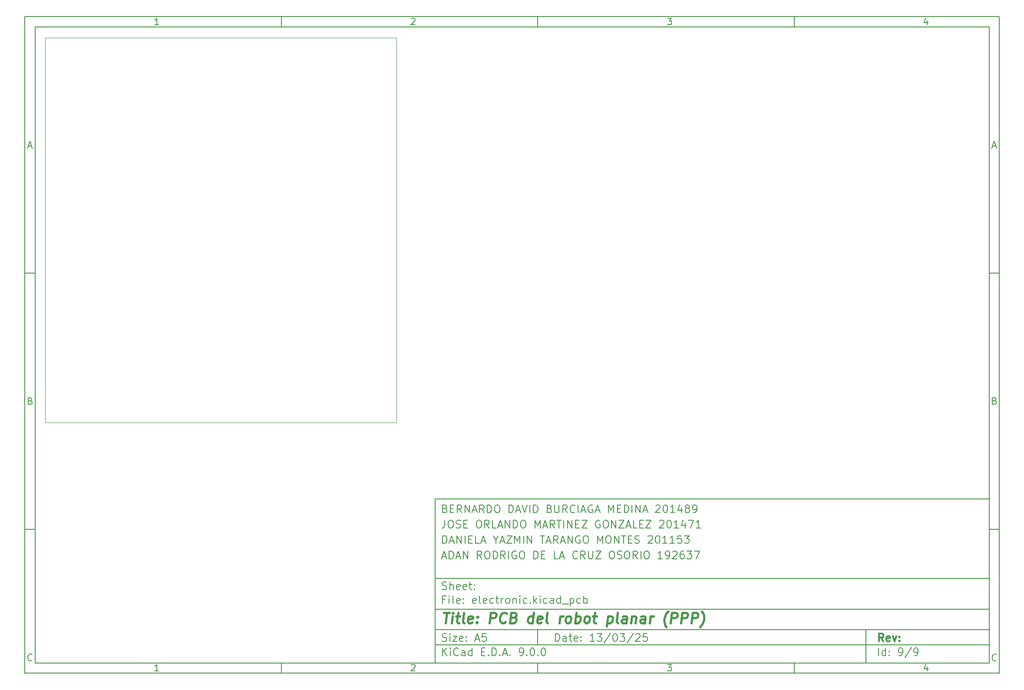
<source format=gbr>
%TF.GenerationSoftware,KiCad,Pcbnew,9.0.0*%
%TF.CreationDate,2025-03-13T19:48:30-06:00*%
%TF.ProjectId,electronic,656c6563-7472-46f6-9e69-632e6b696361,rev?*%
%TF.SameCoordinates,Original*%
%TF.FileFunction,Profile,NP*%
%FSLAX46Y46*%
G04 Gerber Fmt 4.6, Leading zero omitted, Abs format (unit mm)*
G04 Created by KiCad (PCBNEW 9.0.0) date 2025-03-13 19:48:30*
%MOMM*%
%LPD*%
G01*
G04 APERTURE LIST*
%ADD10C,0.100000*%
%ADD11C,0.150000*%
%ADD12C,0.300000*%
%ADD13C,0.400000*%
%TA.AperFunction,Profile*%
%ADD14C,0.050000*%
%TD*%
G04 APERTURE END LIST*
D10*
D11*
X90007200Y-104005800D02*
X198007200Y-104005800D01*
X198007200Y-136005800D01*
X90007200Y-136005800D01*
X90007200Y-104005800D01*
D10*
D11*
X10000000Y-10000000D02*
X200007200Y-10000000D01*
X200007200Y-138005800D01*
X10000000Y-138005800D01*
X10000000Y-10000000D01*
D10*
D11*
X12000000Y-12000000D02*
X198007200Y-12000000D01*
X198007200Y-136005800D01*
X12000000Y-136005800D01*
X12000000Y-12000000D01*
D10*
D11*
X60000000Y-12000000D02*
X60000000Y-10000000D01*
D10*
D11*
X110000000Y-12000000D02*
X110000000Y-10000000D01*
D10*
D11*
X160000000Y-12000000D02*
X160000000Y-10000000D01*
D10*
D11*
X36089160Y-11593604D02*
X35346303Y-11593604D01*
X35717731Y-11593604D02*
X35717731Y-10293604D01*
X35717731Y-10293604D02*
X35593922Y-10479319D01*
X35593922Y-10479319D02*
X35470112Y-10603128D01*
X35470112Y-10603128D02*
X35346303Y-10665033D01*
D10*
D11*
X85346303Y-10417414D02*
X85408207Y-10355509D01*
X85408207Y-10355509D02*
X85532017Y-10293604D01*
X85532017Y-10293604D02*
X85841541Y-10293604D01*
X85841541Y-10293604D02*
X85965350Y-10355509D01*
X85965350Y-10355509D02*
X86027255Y-10417414D01*
X86027255Y-10417414D02*
X86089160Y-10541223D01*
X86089160Y-10541223D02*
X86089160Y-10665033D01*
X86089160Y-10665033D02*
X86027255Y-10850747D01*
X86027255Y-10850747D02*
X85284398Y-11593604D01*
X85284398Y-11593604D02*
X86089160Y-11593604D01*
D10*
D11*
X135284398Y-10293604D02*
X136089160Y-10293604D01*
X136089160Y-10293604D02*
X135655826Y-10788842D01*
X135655826Y-10788842D02*
X135841541Y-10788842D01*
X135841541Y-10788842D02*
X135965350Y-10850747D01*
X135965350Y-10850747D02*
X136027255Y-10912652D01*
X136027255Y-10912652D02*
X136089160Y-11036461D01*
X136089160Y-11036461D02*
X136089160Y-11345985D01*
X136089160Y-11345985D02*
X136027255Y-11469795D01*
X136027255Y-11469795D02*
X135965350Y-11531700D01*
X135965350Y-11531700D02*
X135841541Y-11593604D01*
X135841541Y-11593604D02*
X135470112Y-11593604D01*
X135470112Y-11593604D02*
X135346303Y-11531700D01*
X135346303Y-11531700D02*
X135284398Y-11469795D01*
D10*
D11*
X185965350Y-10726938D02*
X185965350Y-11593604D01*
X185655826Y-10231700D02*
X185346303Y-11160271D01*
X185346303Y-11160271D02*
X186151064Y-11160271D01*
D10*
D11*
X60000000Y-136005800D02*
X60000000Y-138005800D01*
D10*
D11*
X110000000Y-136005800D02*
X110000000Y-138005800D01*
D10*
D11*
X160000000Y-136005800D02*
X160000000Y-138005800D01*
D10*
D11*
X36089160Y-137599404D02*
X35346303Y-137599404D01*
X35717731Y-137599404D02*
X35717731Y-136299404D01*
X35717731Y-136299404D02*
X35593922Y-136485119D01*
X35593922Y-136485119D02*
X35470112Y-136608928D01*
X35470112Y-136608928D02*
X35346303Y-136670833D01*
D10*
D11*
X85346303Y-136423214D02*
X85408207Y-136361309D01*
X85408207Y-136361309D02*
X85532017Y-136299404D01*
X85532017Y-136299404D02*
X85841541Y-136299404D01*
X85841541Y-136299404D02*
X85965350Y-136361309D01*
X85965350Y-136361309D02*
X86027255Y-136423214D01*
X86027255Y-136423214D02*
X86089160Y-136547023D01*
X86089160Y-136547023D02*
X86089160Y-136670833D01*
X86089160Y-136670833D02*
X86027255Y-136856547D01*
X86027255Y-136856547D02*
X85284398Y-137599404D01*
X85284398Y-137599404D02*
X86089160Y-137599404D01*
D10*
D11*
X135284398Y-136299404D02*
X136089160Y-136299404D01*
X136089160Y-136299404D02*
X135655826Y-136794642D01*
X135655826Y-136794642D02*
X135841541Y-136794642D01*
X135841541Y-136794642D02*
X135965350Y-136856547D01*
X135965350Y-136856547D02*
X136027255Y-136918452D01*
X136027255Y-136918452D02*
X136089160Y-137042261D01*
X136089160Y-137042261D02*
X136089160Y-137351785D01*
X136089160Y-137351785D02*
X136027255Y-137475595D01*
X136027255Y-137475595D02*
X135965350Y-137537500D01*
X135965350Y-137537500D02*
X135841541Y-137599404D01*
X135841541Y-137599404D02*
X135470112Y-137599404D01*
X135470112Y-137599404D02*
X135346303Y-137537500D01*
X135346303Y-137537500D02*
X135284398Y-137475595D01*
D10*
D11*
X185965350Y-136732738D02*
X185965350Y-137599404D01*
X185655826Y-136237500D02*
X185346303Y-137166071D01*
X185346303Y-137166071D02*
X186151064Y-137166071D01*
D10*
D11*
X10000000Y-60000000D02*
X12000000Y-60000000D01*
D10*
D11*
X10000000Y-110000000D02*
X12000000Y-110000000D01*
D10*
D11*
X10690476Y-35222176D02*
X11309523Y-35222176D01*
X10566666Y-35593604D02*
X10999999Y-34293604D01*
X10999999Y-34293604D02*
X11433333Y-35593604D01*
D10*
D11*
X11092857Y-84912652D02*
X11278571Y-84974557D01*
X11278571Y-84974557D02*
X11340476Y-85036461D01*
X11340476Y-85036461D02*
X11402380Y-85160271D01*
X11402380Y-85160271D02*
X11402380Y-85345985D01*
X11402380Y-85345985D02*
X11340476Y-85469795D01*
X11340476Y-85469795D02*
X11278571Y-85531700D01*
X11278571Y-85531700D02*
X11154761Y-85593604D01*
X11154761Y-85593604D02*
X10659523Y-85593604D01*
X10659523Y-85593604D02*
X10659523Y-84293604D01*
X10659523Y-84293604D02*
X11092857Y-84293604D01*
X11092857Y-84293604D02*
X11216666Y-84355509D01*
X11216666Y-84355509D02*
X11278571Y-84417414D01*
X11278571Y-84417414D02*
X11340476Y-84541223D01*
X11340476Y-84541223D02*
X11340476Y-84665033D01*
X11340476Y-84665033D02*
X11278571Y-84788842D01*
X11278571Y-84788842D02*
X11216666Y-84850747D01*
X11216666Y-84850747D02*
X11092857Y-84912652D01*
X11092857Y-84912652D02*
X10659523Y-84912652D01*
D10*
D11*
X11402380Y-135469795D02*
X11340476Y-135531700D01*
X11340476Y-135531700D02*
X11154761Y-135593604D01*
X11154761Y-135593604D02*
X11030952Y-135593604D01*
X11030952Y-135593604D02*
X10845238Y-135531700D01*
X10845238Y-135531700D02*
X10721428Y-135407890D01*
X10721428Y-135407890D02*
X10659523Y-135284080D01*
X10659523Y-135284080D02*
X10597619Y-135036461D01*
X10597619Y-135036461D02*
X10597619Y-134850747D01*
X10597619Y-134850747D02*
X10659523Y-134603128D01*
X10659523Y-134603128D02*
X10721428Y-134479319D01*
X10721428Y-134479319D02*
X10845238Y-134355509D01*
X10845238Y-134355509D02*
X11030952Y-134293604D01*
X11030952Y-134293604D02*
X11154761Y-134293604D01*
X11154761Y-134293604D02*
X11340476Y-134355509D01*
X11340476Y-134355509D02*
X11402380Y-134417414D01*
D10*
D11*
X200007200Y-60000000D02*
X198007200Y-60000000D01*
D10*
D11*
X200007200Y-110000000D02*
X198007200Y-110000000D01*
D10*
D11*
X198697676Y-35222176D02*
X199316723Y-35222176D01*
X198573866Y-35593604D02*
X199007199Y-34293604D01*
X199007199Y-34293604D02*
X199440533Y-35593604D01*
D10*
D11*
X199100057Y-84912652D02*
X199285771Y-84974557D01*
X199285771Y-84974557D02*
X199347676Y-85036461D01*
X199347676Y-85036461D02*
X199409580Y-85160271D01*
X199409580Y-85160271D02*
X199409580Y-85345985D01*
X199409580Y-85345985D02*
X199347676Y-85469795D01*
X199347676Y-85469795D02*
X199285771Y-85531700D01*
X199285771Y-85531700D02*
X199161961Y-85593604D01*
X199161961Y-85593604D02*
X198666723Y-85593604D01*
X198666723Y-85593604D02*
X198666723Y-84293604D01*
X198666723Y-84293604D02*
X199100057Y-84293604D01*
X199100057Y-84293604D02*
X199223866Y-84355509D01*
X199223866Y-84355509D02*
X199285771Y-84417414D01*
X199285771Y-84417414D02*
X199347676Y-84541223D01*
X199347676Y-84541223D02*
X199347676Y-84665033D01*
X199347676Y-84665033D02*
X199285771Y-84788842D01*
X199285771Y-84788842D02*
X199223866Y-84850747D01*
X199223866Y-84850747D02*
X199100057Y-84912652D01*
X199100057Y-84912652D02*
X198666723Y-84912652D01*
D10*
D11*
X199409580Y-135469795D02*
X199347676Y-135531700D01*
X199347676Y-135531700D02*
X199161961Y-135593604D01*
X199161961Y-135593604D02*
X199038152Y-135593604D01*
X199038152Y-135593604D02*
X198852438Y-135531700D01*
X198852438Y-135531700D02*
X198728628Y-135407890D01*
X198728628Y-135407890D02*
X198666723Y-135284080D01*
X198666723Y-135284080D02*
X198604819Y-135036461D01*
X198604819Y-135036461D02*
X198604819Y-134850747D01*
X198604819Y-134850747D02*
X198666723Y-134603128D01*
X198666723Y-134603128D02*
X198728628Y-134479319D01*
X198728628Y-134479319D02*
X198852438Y-134355509D01*
X198852438Y-134355509D02*
X199038152Y-134293604D01*
X199038152Y-134293604D02*
X199161961Y-134293604D01*
X199161961Y-134293604D02*
X199347676Y-134355509D01*
X199347676Y-134355509D02*
X199409580Y-134417414D01*
D10*
D11*
X113463026Y-131791928D02*
X113463026Y-130291928D01*
X113463026Y-130291928D02*
X113820169Y-130291928D01*
X113820169Y-130291928D02*
X114034455Y-130363357D01*
X114034455Y-130363357D02*
X114177312Y-130506214D01*
X114177312Y-130506214D02*
X114248741Y-130649071D01*
X114248741Y-130649071D02*
X114320169Y-130934785D01*
X114320169Y-130934785D02*
X114320169Y-131149071D01*
X114320169Y-131149071D02*
X114248741Y-131434785D01*
X114248741Y-131434785D02*
X114177312Y-131577642D01*
X114177312Y-131577642D02*
X114034455Y-131720500D01*
X114034455Y-131720500D02*
X113820169Y-131791928D01*
X113820169Y-131791928D02*
X113463026Y-131791928D01*
X115605884Y-131791928D02*
X115605884Y-131006214D01*
X115605884Y-131006214D02*
X115534455Y-130863357D01*
X115534455Y-130863357D02*
X115391598Y-130791928D01*
X115391598Y-130791928D02*
X115105884Y-130791928D01*
X115105884Y-130791928D02*
X114963026Y-130863357D01*
X115605884Y-131720500D02*
X115463026Y-131791928D01*
X115463026Y-131791928D02*
X115105884Y-131791928D01*
X115105884Y-131791928D02*
X114963026Y-131720500D01*
X114963026Y-131720500D02*
X114891598Y-131577642D01*
X114891598Y-131577642D02*
X114891598Y-131434785D01*
X114891598Y-131434785D02*
X114963026Y-131291928D01*
X114963026Y-131291928D02*
X115105884Y-131220500D01*
X115105884Y-131220500D02*
X115463026Y-131220500D01*
X115463026Y-131220500D02*
X115605884Y-131149071D01*
X116105884Y-130791928D02*
X116677312Y-130791928D01*
X116320169Y-130291928D02*
X116320169Y-131577642D01*
X116320169Y-131577642D02*
X116391598Y-131720500D01*
X116391598Y-131720500D02*
X116534455Y-131791928D01*
X116534455Y-131791928D02*
X116677312Y-131791928D01*
X117748741Y-131720500D02*
X117605884Y-131791928D01*
X117605884Y-131791928D02*
X117320170Y-131791928D01*
X117320170Y-131791928D02*
X117177312Y-131720500D01*
X117177312Y-131720500D02*
X117105884Y-131577642D01*
X117105884Y-131577642D02*
X117105884Y-131006214D01*
X117105884Y-131006214D02*
X117177312Y-130863357D01*
X117177312Y-130863357D02*
X117320170Y-130791928D01*
X117320170Y-130791928D02*
X117605884Y-130791928D01*
X117605884Y-130791928D02*
X117748741Y-130863357D01*
X117748741Y-130863357D02*
X117820170Y-131006214D01*
X117820170Y-131006214D02*
X117820170Y-131149071D01*
X117820170Y-131149071D02*
X117105884Y-131291928D01*
X118463026Y-131649071D02*
X118534455Y-131720500D01*
X118534455Y-131720500D02*
X118463026Y-131791928D01*
X118463026Y-131791928D02*
X118391598Y-131720500D01*
X118391598Y-131720500D02*
X118463026Y-131649071D01*
X118463026Y-131649071D02*
X118463026Y-131791928D01*
X118463026Y-130863357D02*
X118534455Y-130934785D01*
X118534455Y-130934785D02*
X118463026Y-131006214D01*
X118463026Y-131006214D02*
X118391598Y-130934785D01*
X118391598Y-130934785D02*
X118463026Y-130863357D01*
X118463026Y-130863357D02*
X118463026Y-131006214D01*
X121105884Y-131791928D02*
X120248741Y-131791928D01*
X120677312Y-131791928D02*
X120677312Y-130291928D01*
X120677312Y-130291928D02*
X120534455Y-130506214D01*
X120534455Y-130506214D02*
X120391598Y-130649071D01*
X120391598Y-130649071D02*
X120248741Y-130720500D01*
X121605883Y-130291928D02*
X122534455Y-130291928D01*
X122534455Y-130291928D02*
X122034455Y-130863357D01*
X122034455Y-130863357D02*
X122248740Y-130863357D01*
X122248740Y-130863357D02*
X122391598Y-130934785D01*
X122391598Y-130934785D02*
X122463026Y-131006214D01*
X122463026Y-131006214D02*
X122534455Y-131149071D01*
X122534455Y-131149071D02*
X122534455Y-131506214D01*
X122534455Y-131506214D02*
X122463026Y-131649071D01*
X122463026Y-131649071D02*
X122391598Y-131720500D01*
X122391598Y-131720500D02*
X122248740Y-131791928D01*
X122248740Y-131791928D02*
X121820169Y-131791928D01*
X121820169Y-131791928D02*
X121677312Y-131720500D01*
X121677312Y-131720500D02*
X121605883Y-131649071D01*
X124248740Y-130220500D02*
X122963026Y-132149071D01*
X125034455Y-130291928D02*
X125177312Y-130291928D01*
X125177312Y-130291928D02*
X125320169Y-130363357D01*
X125320169Y-130363357D02*
X125391598Y-130434785D01*
X125391598Y-130434785D02*
X125463026Y-130577642D01*
X125463026Y-130577642D02*
X125534455Y-130863357D01*
X125534455Y-130863357D02*
X125534455Y-131220500D01*
X125534455Y-131220500D02*
X125463026Y-131506214D01*
X125463026Y-131506214D02*
X125391598Y-131649071D01*
X125391598Y-131649071D02*
X125320169Y-131720500D01*
X125320169Y-131720500D02*
X125177312Y-131791928D01*
X125177312Y-131791928D02*
X125034455Y-131791928D01*
X125034455Y-131791928D02*
X124891598Y-131720500D01*
X124891598Y-131720500D02*
X124820169Y-131649071D01*
X124820169Y-131649071D02*
X124748740Y-131506214D01*
X124748740Y-131506214D02*
X124677312Y-131220500D01*
X124677312Y-131220500D02*
X124677312Y-130863357D01*
X124677312Y-130863357D02*
X124748740Y-130577642D01*
X124748740Y-130577642D02*
X124820169Y-130434785D01*
X124820169Y-130434785D02*
X124891598Y-130363357D01*
X124891598Y-130363357D02*
X125034455Y-130291928D01*
X126034454Y-130291928D02*
X126963026Y-130291928D01*
X126963026Y-130291928D02*
X126463026Y-130863357D01*
X126463026Y-130863357D02*
X126677311Y-130863357D01*
X126677311Y-130863357D02*
X126820169Y-130934785D01*
X126820169Y-130934785D02*
X126891597Y-131006214D01*
X126891597Y-131006214D02*
X126963026Y-131149071D01*
X126963026Y-131149071D02*
X126963026Y-131506214D01*
X126963026Y-131506214D02*
X126891597Y-131649071D01*
X126891597Y-131649071D02*
X126820169Y-131720500D01*
X126820169Y-131720500D02*
X126677311Y-131791928D01*
X126677311Y-131791928D02*
X126248740Y-131791928D01*
X126248740Y-131791928D02*
X126105883Y-131720500D01*
X126105883Y-131720500D02*
X126034454Y-131649071D01*
X128677311Y-130220500D02*
X127391597Y-132149071D01*
X129105883Y-130434785D02*
X129177311Y-130363357D01*
X129177311Y-130363357D02*
X129320169Y-130291928D01*
X129320169Y-130291928D02*
X129677311Y-130291928D01*
X129677311Y-130291928D02*
X129820169Y-130363357D01*
X129820169Y-130363357D02*
X129891597Y-130434785D01*
X129891597Y-130434785D02*
X129963026Y-130577642D01*
X129963026Y-130577642D02*
X129963026Y-130720500D01*
X129963026Y-130720500D02*
X129891597Y-130934785D01*
X129891597Y-130934785D02*
X129034454Y-131791928D01*
X129034454Y-131791928D02*
X129963026Y-131791928D01*
X131320168Y-130291928D02*
X130605882Y-130291928D01*
X130605882Y-130291928D02*
X130534454Y-131006214D01*
X130534454Y-131006214D02*
X130605882Y-130934785D01*
X130605882Y-130934785D02*
X130748740Y-130863357D01*
X130748740Y-130863357D02*
X131105882Y-130863357D01*
X131105882Y-130863357D02*
X131248740Y-130934785D01*
X131248740Y-130934785D02*
X131320168Y-131006214D01*
X131320168Y-131006214D02*
X131391597Y-131149071D01*
X131391597Y-131149071D02*
X131391597Y-131506214D01*
X131391597Y-131506214D02*
X131320168Y-131649071D01*
X131320168Y-131649071D02*
X131248740Y-131720500D01*
X131248740Y-131720500D02*
X131105882Y-131791928D01*
X131105882Y-131791928D02*
X130748740Y-131791928D01*
X130748740Y-131791928D02*
X130605882Y-131720500D01*
X130605882Y-131720500D02*
X130534454Y-131649071D01*
D10*
D11*
X90007200Y-132505800D02*
X198007200Y-132505800D01*
D10*
D11*
X91463026Y-134591928D02*
X91463026Y-133091928D01*
X92320169Y-134591928D02*
X91677312Y-133734785D01*
X92320169Y-133091928D02*
X91463026Y-133949071D01*
X92963026Y-134591928D02*
X92963026Y-133591928D01*
X92963026Y-133091928D02*
X92891598Y-133163357D01*
X92891598Y-133163357D02*
X92963026Y-133234785D01*
X92963026Y-133234785D02*
X93034455Y-133163357D01*
X93034455Y-133163357D02*
X92963026Y-133091928D01*
X92963026Y-133091928D02*
X92963026Y-133234785D01*
X94534455Y-134449071D02*
X94463027Y-134520500D01*
X94463027Y-134520500D02*
X94248741Y-134591928D01*
X94248741Y-134591928D02*
X94105884Y-134591928D01*
X94105884Y-134591928D02*
X93891598Y-134520500D01*
X93891598Y-134520500D02*
X93748741Y-134377642D01*
X93748741Y-134377642D02*
X93677312Y-134234785D01*
X93677312Y-134234785D02*
X93605884Y-133949071D01*
X93605884Y-133949071D02*
X93605884Y-133734785D01*
X93605884Y-133734785D02*
X93677312Y-133449071D01*
X93677312Y-133449071D02*
X93748741Y-133306214D01*
X93748741Y-133306214D02*
X93891598Y-133163357D01*
X93891598Y-133163357D02*
X94105884Y-133091928D01*
X94105884Y-133091928D02*
X94248741Y-133091928D01*
X94248741Y-133091928D02*
X94463027Y-133163357D01*
X94463027Y-133163357D02*
X94534455Y-133234785D01*
X95820170Y-134591928D02*
X95820170Y-133806214D01*
X95820170Y-133806214D02*
X95748741Y-133663357D01*
X95748741Y-133663357D02*
X95605884Y-133591928D01*
X95605884Y-133591928D02*
X95320170Y-133591928D01*
X95320170Y-133591928D02*
X95177312Y-133663357D01*
X95820170Y-134520500D02*
X95677312Y-134591928D01*
X95677312Y-134591928D02*
X95320170Y-134591928D01*
X95320170Y-134591928D02*
X95177312Y-134520500D01*
X95177312Y-134520500D02*
X95105884Y-134377642D01*
X95105884Y-134377642D02*
X95105884Y-134234785D01*
X95105884Y-134234785D02*
X95177312Y-134091928D01*
X95177312Y-134091928D02*
X95320170Y-134020500D01*
X95320170Y-134020500D02*
X95677312Y-134020500D01*
X95677312Y-134020500D02*
X95820170Y-133949071D01*
X97177313Y-134591928D02*
X97177313Y-133091928D01*
X97177313Y-134520500D02*
X97034455Y-134591928D01*
X97034455Y-134591928D02*
X96748741Y-134591928D01*
X96748741Y-134591928D02*
X96605884Y-134520500D01*
X96605884Y-134520500D02*
X96534455Y-134449071D01*
X96534455Y-134449071D02*
X96463027Y-134306214D01*
X96463027Y-134306214D02*
X96463027Y-133877642D01*
X96463027Y-133877642D02*
X96534455Y-133734785D01*
X96534455Y-133734785D02*
X96605884Y-133663357D01*
X96605884Y-133663357D02*
X96748741Y-133591928D01*
X96748741Y-133591928D02*
X97034455Y-133591928D01*
X97034455Y-133591928D02*
X97177313Y-133663357D01*
X99034455Y-133806214D02*
X99534455Y-133806214D01*
X99748741Y-134591928D02*
X99034455Y-134591928D01*
X99034455Y-134591928D02*
X99034455Y-133091928D01*
X99034455Y-133091928D02*
X99748741Y-133091928D01*
X100391598Y-134449071D02*
X100463027Y-134520500D01*
X100463027Y-134520500D02*
X100391598Y-134591928D01*
X100391598Y-134591928D02*
X100320170Y-134520500D01*
X100320170Y-134520500D02*
X100391598Y-134449071D01*
X100391598Y-134449071D02*
X100391598Y-134591928D01*
X101105884Y-134591928D02*
X101105884Y-133091928D01*
X101105884Y-133091928D02*
X101463027Y-133091928D01*
X101463027Y-133091928D02*
X101677313Y-133163357D01*
X101677313Y-133163357D02*
X101820170Y-133306214D01*
X101820170Y-133306214D02*
X101891599Y-133449071D01*
X101891599Y-133449071D02*
X101963027Y-133734785D01*
X101963027Y-133734785D02*
X101963027Y-133949071D01*
X101963027Y-133949071D02*
X101891599Y-134234785D01*
X101891599Y-134234785D02*
X101820170Y-134377642D01*
X101820170Y-134377642D02*
X101677313Y-134520500D01*
X101677313Y-134520500D02*
X101463027Y-134591928D01*
X101463027Y-134591928D02*
X101105884Y-134591928D01*
X102605884Y-134449071D02*
X102677313Y-134520500D01*
X102677313Y-134520500D02*
X102605884Y-134591928D01*
X102605884Y-134591928D02*
X102534456Y-134520500D01*
X102534456Y-134520500D02*
X102605884Y-134449071D01*
X102605884Y-134449071D02*
X102605884Y-134591928D01*
X103248742Y-134163357D02*
X103963028Y-134163357D01*
X103105885Y-134591928D02*
X103605885Y-133091928D01*
X103605885Y-133091928D02*
X104105885Y-134591928D01*
X104605884Y-134449071D02*
X104677313Y-134520500D01*
X104677313Y-134520500D02*
X104605884Y-134591928D01*
X104605884Y-134591928D02*
X104534456Y-134520500D01*
X104534456Y-134520500D02*
X104605884Y-134449071D01*
X104605884Y-134449071D02*
X104605884Y-134591928D01*
X106534456Y-134591928D02*
X106820170Y-134591928D01*
X106820170Y-134591928D02*
X106963027Y-134520500D01*
X106963027Y-134520500D02*
X107034456Y-134449071D01*
X107034456Y-134449071D02*
X107177313Y-134234785D01*
X107177313Y-134234785D02*
X107248742Y-133949071D01*
X107248742Y-133949071D02*
X107248742Y-133377642D01*
X107248742Y-133377642D02*
X107177313Y-133234785D01*
X107177313Y-133234785D02*
X107105885Y-133163357D01*
X107105885Y-133163357D02*
X106963027Y-133091928D01*
X106963027Y-133091928D02*
X106677313Y-133091928D01*
X106677313Y-133091928D02*
X106534456Y-133163357D01*
X106534456Y-133163357D02*
X106463027Y-133234785D01*
X106463027Y-133234785D02*
X106391599Y-133377642D01*
X106391599Y-133377642D02*
X106391599Y-133734785D01*
X106391599Y-133734785D02*
X106463027Y-133877642D01*
X106463027Y-133877642D02*
X106534456Y-133949071D01*
X106534456Y-133949071D02*
X106677313Y-134020500D01*
X106677313Y-134020500D02*
X106963027Y-134020500D01*
X106963027Y-134020500D02*
X107105885Y-133949071D01*
X107105885Y-133949071D02*
X107177313Y-133877642D01*
X107177313Y-133877642D02*
X107248742Y-133734785D01*
X107891598Y-134449071D02*
X107963027Y-134520500D01*
X107963027Y-134520500D02*
X107891598Y-134591928D01*
X107891598Y-134591928D02*
X107820170Y-134520500D01*
X107820170Y-134520500D02*
X107891598Y-134449071D01*
X107891598Y-134449071D02*
X107891598Y-134591928D01*
X108891599Y-133091928D02*
X109034456Y-133091928D01*
X109034456Y-133091928D02*
X109177313Y-133163357D01*
X109177313Y-133163357D02*
X109248742Y-133234785D01*
X109248742Y-133234785D02*
X109320170Y-133377642D01*
X109320170Y-133377642D02*
X109391599Y-133663357D01*
X109391599Y-133663357D02*
X109391599Y-134020500D01*
X109391599Y-134020500D02*
X109320170Y-134306214D01*
X109320170Y-134306214D02*
X109248742Y-134449071D01*
X109248742Y-134449071D02*
X109177313Y-134520500D01*
X109177313Y-134520500D02*
X109034456Y-134591928D01*
X109034456Y-134591928D02*
X108891599Y-134591928D01*
X108891599Y-134591928D02*
X108748742Y-134520500D01*
X108748742Y-134520500D02*
X108677313Y-134449071D01*
X108677313Y-134449071D02*
X108605884Y-134306214D01*
X108605884Y-134306214D02*
X108534456Y-134020500D01*
X108534456Y-134020500D02*
X108534456Y-133663357D01*
X108534456Y-133663357D02*
X108605884Y-133377642D01*
X108605884Y-133377642D02*
X108677313Y-133234785D01*
X108677313Y-133234785D02*
X108748742Y-133163357D01*
X108748742Y-133163357D02*
X108891599Y-133091928D01*
X110034455Y-134449071D02*
X110105884Y-134520500D01*
X110105884Y-134520500D02*
X110034455Y-134591928D01*
X110034455Y-134591928D02*
X109963027Y-134520500D01*
X109963027Y-134520500D02*
X110034455Y-134449071D01*
X110034455Y-134449071D02*
X110034455Y-134591928D01*
X111034456Y-133091928D02*
X111177313Y-133091928D01*
X111177313Y-133091928D02*
X111320170Y-133163357D01*
X111320170Y-133163357D02*
X111391599Y-133234785D01*
X111391599Y-133234785D02*
X111463027Y-133377642D01*
X111463027Y-133377642D02*
X111534456Y-133663357D01*
X111534456Y-133663357D02*
X111534456Y-134020500D01*
X111534456Y-134020500D02*
X111463027Y-134306214D01*
X111463027Y-134306214D02*
X111391599Y-134449071D01*
X111391599Y-134449071D02*
X111320170Y-134520500D01*
X111320170Y-134520500D02*
X111177313Y-134591928D01*
X111177313Y-134591928D02*
X111034456Y-134591928D01*
X111034456Y-134591928D02*
X110891599Y-134520500D01*
X110891599Y-134520500D02*
X110820170Y-134449071D01*
X110820170Y-134449071D02*
X110748741Y-134306214D01*
X110748741Y-134306214D02*
X110677313Y-134020500D01*
X110677313Y-134020500D02*
X110677313Y-133663357D01*
X110677313Y-133663357D02*
X110748741Y-133377642D01*
X110748741Y-133377642D02*
X110820170Y-133234785D01*
X110820170Y-133234785D02*
X110891599Y-133163357D01*
X110891599Y-133163357D02*
X111034456Y-133091928D01*
D10*
D11*
X90007200Y-129505800D02*
X198007200Y-129505800D01*
D10*
D12*
X177418853Y-131784128D02*
X176918853Y-131069842D01*
X176561710Y-131784128D02*
X176561710Y-130284128D01*
X176561710Y-130284128D02*
X177133139Y-130284128D01*
X177133139Y-130284128D02*
X177275996Y-130355557D01*
X177275996Y-130355557D02*
X177347425Y-130426985D01*
X177347425Y-130426985D02*
X177418853Y-130569842D01*
X177418853Y-130569842D02*
X177418853Y-130784128D01*
X177418853Y-130784128D02*
X177347425Y-130926985D01*
X177347425Y-130926985D02*
X177275996Y-130998414D01*
X177275996Y-130998414D02*
X177133139Y-131069842D01*
X177133139Y-131069842D02*
X176561710Y-131069842D01*
X178633139Y-131712700D02*
X178490282Y-131784128D01*
X178490282Y-131784128D02*
X178204568Y-131784128D01*
X178204568Y-131784128D02*
X178061710Y-131712700D01*
X178061710Y-131712700D02*
X177990282Y-131569842D01*
X177990282Y-131569842D02*
X177990282Y-130998414D01*
X177990282Y-130998414D02*
X178061710Y-130855557D01*
X178061710Y-130855557D02*
X178204568Y-130784128D01*
X178204568Y-130784128D02*
X178490282Y-130784128D01*
X178490282Y-130784128D02*
X178633139Y-130855557D01*
X178633139Y-130855557D02*
X178704568Y-130998414D01*
X178704568Y-130998414D02*
X178704568Y-131141271D01*
X178704568Y-131141271D02*
X177990282Y-131284128D01*
X179204567Y-130784128D02*
X179561710Y-131784128D01*
X179561710Y-131784128D02*
X179918853Y-130784128D01*
X180490281Y-131641271D02*
X180561710Y-131712700D01*
X180561710Y-131712700D02*
X180490281Y-131784128D01*
X180490281Y-131784128D02*
X180418853Y-131712700D01*
X180418853Y-131712700D02*
X180490281Y-131641271D01*
X180490281Y-131641271D02*
X180490281Y-131784128D01*
X180490281Y-130855557D02*
X180561710Y-130926985D01*
X180561710Y-130926985D02*
X180490281Y-130998414D01*
X180490281Y-130998414D02*
X180418853Y-130926985D01*
X180418853Y-130926985D02*
X180490281Y-130855557D01*
X180490281Y-130855557D02*
X180490281Y-130998414D01*
D10*
D11*
X91391598Y-131720500D02*
X91605884Y-131791928D01*
X91605884Y-131791928D02*
X91963026Y-131791928D01*
X91963026Y-131791928D02*
X92105884Y-131720500D01*
X92105884Y-131720500D02*
X92177312Y-131649071D01*
X92177312Y-131649071D02*
X92248741Y-131506214D01*
X92248741Y-131506214D02*
X92248741Y-131363357D01*
X92248741Y-131363357D02*
X92177312Y-131220500D01*
X92177312Y-131220500D02*
X92105884Y-131149071D01*
X92105884Y-131149071D02*
X91963026Y-131077642D01*
X91963026Y-131077642D02*
X91677312Y-131006214D01*
X91677312Y-131006214D02*
X91534455Y-130934785D01*
X91534455Y-130934785D02*
X91463026Y-130863357D01*
X91463026Y-130863357D02*
X91391598Y-130720500D01*
X91391598Y-130720500D02*
X91391598Y-130577642D01*
X91391598Y-130577642D02*
X91463026Y-130434785D01*
X91463026Y-130434785D02*
X91534455Y-130363357D01*
X91534455Y-130363357D02*
X91677312Y-130291928D01*
X91677312Y-130291928D02*
X92034455Y-130291928D01*
X92034455Y-130291928D02*
X92248741Y-130363357D01*
X92891597Y-131791928D02*
X92891597Y-130791928D01*
X92891597Y-130291928D02*
X92820169Y-130363357D01*
X92820169Y-130363357D02*
X92891597Y-130434785D01*
X92891597Y-130434785D02*
X92963026Y-130363357D01*
X92963026Y-130363357D02*
X92891597Y-130291928D01*
X92891597Y-130291928D02*
X92891597Y-130434785D01*
X93463026Y-130791928D02*
X94248741Y-130791928D01*
X94248741Y-130791928D02*
X93463026Y-131791928D01*
X93463026Y-131791928D02*
X94248741Y-131791928D01*
X95391598Y-131720500D02*
X95248741Y-131791928D01*
X95248741Y-131791928D02*
X94963027Y-131791928D01*
X94963027Y-131791928D02*
X94820169Y-131720500D01*
X94820169Y-131720500D02*
X94748741Y-131577642D01*
X94748741Y-131577642D02*
X94748741Y-131006214D01*
X94748741Y-131006214D02*
X94820169Y-130863357D01*
X94820169Y-130863357D02*
X94963027Y-130791928D01*
X94963027Y-130791928D02*
X95248741Y-130791928D01*
X95248741Y-130791928D02*
X95391598Y-130863357D01*
X95391598Y-130863357D02*
X95463027Y-131006214D01*
X95463027Y-131006214D02*
X95463027Y-131149071D01*
X95463027Y-131149071D02*
X94748741Y-131291928D01*
X96105883Y-131649071D02*
X96177312Y-131720500D01*
X96177312Y-131720500D02*
X96105883Y-131791928D01*
X96105883Y-131791928D02*
X96034455Y-131720500D01*
X96034455Y-131720500D02*
X96105883Y-131649071D01*
X96105883Y-131649071D02*
X96105883Y-131791928D01*
X96105883Y-130863357D02*
X96177312Y-130934785D01*
X96177312Y-130934785D02*
X96105883Y-131006214D01*
X96105883Y-131006214D02*
X96034455Y-130934785D01*
X96034455Y-130934785D02*
X96105883Y-130863357D01*
X96105883Y-130863357D02*
X96105883Y-131006214D01*
X97891598Y-131363357D02*
X98605884Y-131363357D01*
X97748741Y-131791928D02*
X98248741Y-130291928D01*
X98248741Y-130291928D02*
X98748741Y-131791928D01*
X99963026Y-130291928D02*
X99248740Y-130291928D01*
X99248740Y-130291928D02*
X99177312Y-131006214D01*
X99177312Y-131006214D02*
X99248740Y-130934785D01*
X99248740Y-130934785D02*
X99391598Y-130863357D01*
X99391598Y-130863357D02*
X99748740Y-130863357D01*
X99748740Y-130863357D02*
X99891598Y-130934785D01*
X99891598Y-130934785D02*
X99963026Y-131006214D01*
X99963026Y-131006214D02*
X100034455Y-131149071D01*
X100034455Y-131149071D02*
X100034455Y-131506214D01*
X100034455Y-131506214D02*
X99963026Y-131649071D01*
X99963026Y-131649071D02*
X99891598Y-131720500D01*
X99891598Y-131720500D02*
X99748740Y-131791928D01*
X99748740Y-131791928D02*
X99391598Y-131791928D01*
X99391598Y-131791928D02*
X99248740Y-131720500D01*
X99248740Y-131720500D02*
X99177312Y-131649071D01*
D10*
D11*
X176463026Y-134591928D02*
X176463026Y-133091928D01*
X177820170Y-134591928D02*
X177820170Y-133091928D01*
X177820170Y-134520500D02*
X177677312Y-134591928D01*
X177677312Y-134591928D02*
X177391598Y-134591928D01*
X177391598Y-134591928D02*
X177248741Y-134520500D01*
X177248741Y-134520500D02*
X177177312Y-134449071D01*
X177177312Y-134449071D02*
X177105884Y-134306214D01*
X177105884Y-134306214D02*
X177105884Y-133877642D01*
X177105884Y-133877642D02*
X177177312Y-133734785D01*
X177177312Y-133734785D02*
X177248741Y-133663357D01*
X177248741Y-133663357D02*
X177391598Y-133591928D01*
X177391598Y-133591928D02*
X177677312Y-133591928D01*
X177677312Y-133591928D02*
X177820170Y-133663357D01*
X178534455Y-134449071D02*
X178605884Y-134520500D01*
X178605884Y-134520500D02*
X178534455Y-134591928D01*
X178534455Y-134591928D02*
X178463027Y-134520500D01*
X178463027Y-134520500D02*
X178534455Y-134449071D01*
X178534455Y-134449071D02*
X178534455Y-134591928D01*
X178534455Y-133663357D02*
X178605884Y-133734785D01*
X178605884Y-133734785D02*
X178534455Y-133806214D01*
X178534455Y-133806214D02*
X178463027Y-133734785D01*
X178463027Y-133734785D02*
X178534455Y-133663357D01*
X178534455Y-133663357D02*
X178534455Y-133806214D01*
X180463027Y-134591928D02*
X180748741Y-134591928D01*
X180748741Y-134591928D02*
X180891598Y-134520500D01*
X180891598Y-134520500D02*
X180963027Y-134449071D01*
X180963027Y-134449071D02*
X181105884Y-134234785D01*
X181105884Y-134234785D02*
X181177313Y-133949071D01*
X181177313Y-133949071D02*
X181177313Y-133377642D01*
X181177313Y-133377642D02*
X181105884Y-133234785D01*
X181105884Y-133234785D02*
X181034456Y-133163357D01*
X181034456Y-133163357D02*
X180891598Y-133091928D01*
X180891598Y-133091928D02*
X180605884Y-133091928D01*
X180605884Y-133091928D02*
X180463027Y-133163357D01*
X180463027Y-133163357D02*
X180391598Y-133234785D01*
X180391598Y-133234785D02*
X180320170Y-133377642D01*
X180320170Y-133377642D02*
X180320170Y-133734785D01*
X180320170Y-133734785D02*
X180391598Y-133877642D01*
X180391598Y-133877642D02*
X180463027Y-133949071D01*
X180463027Y-133949071D02*
X180605884Y-134020500D01*
X180605884Y-134020500D02*
X180891598Y-134020500D01*
X180891598Y-134020500D02*
X181034456Y-133949071D01*
X181034456Y-133949071D02*
X181105884Y-133877642D01*
X181105884Y-133877642D02*
X181177313Y-133734785D01*
X182891598Y-133020500D02*
X181605884Y-134949071D01*
X183463027Y-134591928D02*
X183748741Y-134591928D01*
X183748741Y-134591928D02*
X183891598Y-134520500D01*
X183891598Y-134520500D02*
X183963027Y-134449071D01*
X183963027Y-134449071D02*
X184105884Y-134234785D01*
X184105884Y-134234785D02*
X184177313Y-133949071D01*
X184177313Y-133949071D02*
X184177313Y-133377642D01*
X184177313Y-133377642D02*
X184105884Y-133234785D01*
X184105884Y-133234785D02*
X184034456Y-133163357D01*
X184034456Y-133163357D02*
X183891598Y-133091928D01*
X183891598Y-133091928D02*
X183605884Y-133091928D01*
X183605884Y-133091928D02*
X183463027Y-133163357D01*
X183463027Y-133163357D02*
X183391598Y-133234785D01*
X183391598Y-133234785D02*
X183320170Y-133377642D01*
X183320170Y-133377642D02*
X183320170Y-133734785D01*
X183320170Y-133734785D02*
X183391598Y-133877642D01*
X183391598Y-133877642D02*
X183463027Y-133949071D01*
X183463027Y-133949071D02*
X183605884Y-134020500D01*
X183605884Y-134020500D02*
X183891598Y-134020500D01*
X183891598Y-134020500D02*
X184034456Y-133949071D01*
X184034456Y-133949071D02*
X184105884Y-133877642D01*
X184105884Y-133877642D02*
X184177313Y-133734785D01*
D10*
D11*
X90007200Y-125505800D02*
X198007200Y-125505800D01*
D10*
D13*
X91698928Y-126210238D02*
X92841785Y-126210238D01*
X92020357Y-128210238D02*
X92270357Y-126210238D01*
X93258452Y-128210238D02*
X93425119Y-126876904D01*
X93508452Y-126210238D02*
X93401309Y-126305476D01*
X93401309Y-126305476D02*
X93484643Y-126400714D01*
X93484643Y-126400714D02*
X93591786Y-126305476D01*
X93591786Y-126305476D02*
X93508452Y-126210238D01*
X93508452Y-126210238D02*
X93484643Y-126400714D01*
X94091786Y-126876904D02*
X94853690Y-126876904D01*
X94460833Y-126210238D02*
X94246548Y-127924523D01*
X94246548Y-127924523D02*
X94317976Y-128115000D01*
X94317976Y-128115000D02*
X94496548Y-128210238D01*
X94496548Y-128210238D02*
X94687024Y-128210238D01*
X95639405Y-128210238D02*
X95460833Y-128115000D01*
X95460833Y-128115000D02*
X95389405Y-127924523D01*
X95389405Y-127924523D02*
X95603690Y-126210238D01*
X97175119Y-128115000D02*
X96972738Y-128210238D01*
X96972738Y-128210238D02*
X96591785Y-128210238D01*
X96591785Y-128210238D02*
X96413214Y-128115000D01*
X96413214Y-128115000D02*
X96341785Y-127924523D01*
X96341785Y-127924523D02*
X96437024Y-127162619D01*
X96437024Y-127162619D02*
X96556071Y-126972142D01*
X96556071Y-126972142D02*
X96758452Y-126876904D01*
X96758452Y-126876904D02*
X97139404Y-126876904D01*
X97139404Y-126876904D02*
X97317976Y-126972142D01*
X97317976Y-126972142D02*
X97389404Y-127162619D01*
X97389404Y-127162619D02*
X97365595Y-127353095D01*
X97365595Y-127353095D02*
X96389404Y-127543571D01*
X98139405Y-128019761D02*
X98222738Y-128115000D01*
X98222738Y-128115000D02*
X98115595Y-128210238D01*
X98115595Y-128210238D02*
X98032262Y-128115000D01*
X98032262Y-128115000D02*
X98139405Y-128019761D01*
X98139405Y-128019761D02*
X98115595Y-128210238D01*
X98270357Y-126972142D02*
X98353690Y-127067380D01*
X98353690Y-127067380D02*
X98246548Y-127162619D01*
X98246548Y-127162619D02*
X98163214Y-127067380D01*
X98163214Y-127067380D02*
X98270357Y-126972142D01*
X98270357Y-126972142D02*
X98246548Y-127162619D01*
X100591786Y-128210238D02*
X100841786Y-126210238D01*
X100841786Y-126210238D02*
X101603691Y-126210238D01*
X101603691Y-126210238D02*
X101782262Y-126305476D01*
X101782262Y-126305476D02*
X101865596Y-126400714D01*
X101865596Y-126400714D02*
X101937024Y-126591190D01*
X101937024Y-126591190D02*
X101901310Y-126876904D01*
X101901310Y-126876904D02*
X101782262Y-127067380D01*
X101782262Y-127067380D02*
X101675120Y-127162619D01*
X101675120Y-127162619D02*
X101472739Y-127257857D01*
X101472739Y-127257857D02*
X100710834Y-127257857D01*
X103758453Y-128019761D02*
X103651310Y-128115000D01*
X103651310Y-128115000D02*
X103353691Y-128210238D01*
X103353691Y-128210238D02*
X103163215Y-128210238D01*
X103163215Y-128210238D02*
X102889405Y-128115000D01*
X102889405Y-128115000D02*
X102722739Y-127924523D01*
X102722739Y-127924523D02*
X102651310Y-127734047D01*
X102651310Y-127734047D02*
X102603691Y-127353095D01*
X102603691Y-127353095D02*
X102639405Y-127067380D01*
X102639405Y-127067380D02*
X102782262Y-126686428D01*
X102782262Y-126686428D02*
X102901310Y-126495952D01*
X102901310Y-126495952D02*
X103115596Y-126305476D01*
X103115596Y-126305476D02*
X103413215Y-126210238D01*
X103413215Y-126210238D02*
X103603691Y-126210238D01*
X103603691Y-126210238D02*
X103877501Y-126305476D01*
X103877501Y-126305476D02*
X103960834Y-126400714D01*
X105389405Y-127162619D02*
X105663215Y-127257857D01*
X105663215Y-127257857D02*
X105746548Y-127353095D01*
X105746548Y-127353095D02*
X105817977Y-127543571D01*
X105817977Y-127543571D02*
X105782262Y-127829285D01*
X105782262Y-127829285D02*
X105663215Y-128019761D01*
X105663215Y-128019761D02*
X105556072Y-128115000D01*
X105556072Y-128115000D02*
X105353691Y-128210238D01*
X105353691Y-128210238D02*
X104591786Y-128210238D01*
X104591786Y-128210238D02*
X104841786Y-126210238D01*
X104841786Y-126210238D02*
X105508453Y-126210238D01*
X105508453Y-126210238D02*
X105687024Y-126305476D01*
X105687024Y-126305476D02*
X105770358Y-126400714D01*
X105770358Y-126400714D02*
X105841786Y-126591190D01*
X105841786Y-126591190D02*
X105817977Y-126781666D01*
X105817977Y-126781666D02*
X105698929Y-126972142D01*
X105698929Y-126972142D02*
X105591786Y-127067380D01*
X105591786Y-127067380D02*
X105389405Y-127162619D01*
X105389405Y-127162619D02*
X104722739Y-127162619D01*
X108972739Y-128210238D02*
X109222739Y-126210238D01*
X108984644Y-128115000D02*
X108782263Y-128210238D01*
X108782263Y-128210238D02*
X108401311Y-128210238D01*
X108401311Y-128210238D02*
X108222739Y-128115000D01*
X108222739Y-128115000D02*
X108139406Y-128019761D01*
X108139406Y-128019761D02*
X108067977Y-127829285D01*
X108067977Y-127829285D02*
X108139406Y-127257857D01*
X108139406Y-127257857D02*
X108258453Y-127067380D01*
X108258453Y-127067380D02*
X108365596Y-126972142D01*
X108365596Y-126972142D02*
X108567977Y-126876904D01*
X108567977Y-126876904D02*
X108948930Y-126876904D01*
X108948930Y-126876904D02*
X109127501Y-126972142D01*
X110698930Y-128115000D02*
X110496549Y-128210238D01*
X110496549Y-128210238D02*
X110115596Y-128210238D01*
X110115596Y-128210238D02*
X109937025Y-128115000D01*
X109937025Y-128115000D02*
X109865596Y-127924523D01*
X109865596Y-127924523D02*
X109960835Y-127162619D01*
X109960835Y-127162619D02*
X110079882Y-126972142D01*
X110079882Y-126972142D02*
X110282263Y-126876904D01*
X110282263Y-126876904D02*
X110663215Y-126876904D01*
X110663215Y-126876904D02*
X110841787Y-126972142D01*
X110841787Y-126972142D02*
X110913215Y-127162619D01*
X110913215Y-127162619D02*
X110889406Y-127353095D01*
X110889406Y-127353095D02*
X109913215Y-127543571D01*
X111925121Y-128210238D02*
X111746549Y-128115000D01*
X111746549Y-128115000D02*
X111675121Y-127924523D01*
X111675121Y-127924523D02*
X111889406Y-126210238D01*
X114210835Y-128210238D02*
X114377502Y-126876904D01*
X114329883Y-127257857D02*
X114448930Y-127067380D01*
X114448930Y-127067380D02*
X114556073Y-126972142D01*
X114556073Y-126972142D02*
X114758454Y-126876904D01*
X114758454Y-126876904D02*
X114948930Y-126876904D01*
X115734645Y-128210238D02*
X115556073Y-128115000D01*
X115556073Y-128115000D02*
X115472740Y-128019761D01*
X115472740Y-128019761D02*
X115401311Y-127829285D01*
X115401311Y-127829285D02*
X115472740Y-127257857D01*
X115472740Y-127257857D02*
X115591787Y-127067380D01*
X115591787Y-127067380D02*
X115698930Y-126972142D01*
X115698930Y-126972142D02*
X115901311Y-126876904D01*
X115901311Y-126876904D02*
X116187025Y-126876904D01*
X116187025Y-126876904D02*
X116365597Y-126972142D01*
X116365597Y-126972142D02*
X116448930Y-127067380D01*
X116448930Y-127067380D02*
X116520359Y-127257857D01*
X116520359Y-127257857D02*
X116448930Y-127829285D01*
X116448930Y-127829285D02*
X116329883Y-128019761D01*
X116329883Y-128019761D02*
X116222740Y-128115000D01*
X116222740Y-128115000D02*
X116020359Y-128210238D01*
X116020359Y-128210238D02*
X115734645Y-128210238D01*
X117258454Y-128210238D02*
X117508454Y-126210238D01*
X117413216Y-126972142D02*
X117615597Y-126876904D01*
X117615597Y-126876904D02*
X117996549Y-126876904D01*
X117996549Y-126876904D02*
X118175121Y-126972142D01*
X118175121Y-126972142D02*
X118258454Y-127067380D01*
X118258454Y-127067380D02*
X118329883Y-127257857D01*
X118329883Y-127257857D02*
X118258454Y-127829285D01*
X118258454Y-127829285D02*
X118139407Y-128019761D01*
X118139407Y-128019761D02*
X118032264Y-128115000D01*
X118032264Y-128115000D02*
X117829883Y-128210238D01*
X117829883Y-128210238D02*
X117448930Y-128210238D01*
X117448930Y-128210238D02*
X117270359Y-128115000D01*
X119353693Y-128210238D02*
X119175121Y-128115000D01*
X119175121Y-128115000D02*
X119091788Y-128019761D01*
X119091788Y-128019761D02*
X119020359Y-127829285D01*
X119020359Y-127829285D02*
X119091788Y-127257857D01*
X119091788Y-127257857D02*
X119210835Y-127067380D01*
X119210835Y-127067380D02*
X119317978Y-126972142D01*
X119317978Y-126972142D02*
X119520359Y-126876904D01*
X119520359Y-126876904D02*
X119806073Y-126876904D01*
X119806073Y-126876904D02*
X119984645Y-126972142D01*
X119984645Y-126972142D02*
X120067978Y-127067380D01*
X120067978Y-127067380D02*
X120139407Y-127257857D01*
X120139407Y-127257857D02*
X120067978Y-127829285D01*
X120067978Y-127829285D02*
X119948931Y-128019761D01*
X119948931Y-128019761D02*
X119841788Y-128115000D01*
X119841788Y-128115000D02*
X119639407Y-128210238D01*
X119639407Y-128210238D02*
X119353693Y-128210238D01*
X120758455Y-126876904D02*
X121520359Y-126876904D01*
X121127502Y-126210238D02*
X120913217Y-127924523D01*
X120913217Y-127924523D02*
X120984645Y-128115000D01*
X120984645Y-128115000D02*
X121163217Y-128210238D01*
X121163217Y-128210238D02*
X121353693Y-128210238D01*
X123710836Y-126876904D02*
X123460836Y-128876904D01*
X123698931Y-126972142D02*
X123901312Y-126876904D01*
X123901312Y-126876904D02*
X124282264Y-126876904D01*
X124282264Y-126876904D02*
X124460836Y-126972142D01*
X124460836Y-126972142D02*
X124544169Y-127067380D01*
X124544169Y-127067380D02*
X124615598Y-127257857D01*
X124615598Y-127257857D02*
X124544169Y-127829285D01*
X124544169Y-127829285D02*
X124425122Y-128019761D01*
X124425122Y-128019761D02*
X124317979Y-128115000D01*
X124317979Y-128115000D02*
X124115598Y-128210238D01*
X124115598Y-128210238D02*
X123734645Y-128210238D01*
X123734645Y-128210238D02*
X123556074Y-128115000D01*
X125639408Y-128210238D02*
X125460836Y-128115000D01*
X125460836Y-128115000D02*
X125389408Y-127924523D01*
X125389408Y-127924523D02*
X125603693Y-126210238D01*
X127258455Y-128210238D02*
X127389407Y-127162619D01*
X127389407Y-127162619D02*
X127317979Y-126972142D01*
X127317979Y-126972142D02*
X127139407Y-126876904D01*
X127139407Y-126876904D02*
X126758455Y-126876904D01*
X126758455Y-126876904D02*
X126556074Y-126972142D01*
X127270360Y-128115000D02*
X127067979Y-128210238D01*
X127067979Y-128210238D02*
X126591788Y-128210238D01*
X126591788Y-128210238D02*
X126413217Y-128115000D01*
X126413217Y-128115000D02*
X126341788Y-127924523D01*
X126341788Y-127924523D02*
X126365598Y-127734047D01*
X126365598Y-127734047D02*
X126484646Y-127543571D01*
X126484646Y-127543571D02*
X126687027Y-127448333D01*
X126687027Y-127448333D02*
X127163217Y-127448333D01*
X127163217Y-127448333D02*
X127365598Y-127353095D01*
X128377503Y-126876904D02*
X128210836Y-128210238D01*
X128353693Y-127067380D02*
X128460836Y-126972142D01*
X128460836Y-126972142D02*
X128663217Y-126876904D01*
X128663217Y-126876904D02*
X128948931Y-126876904D01*
X128948931Y-126876904D02*
X129127503Y-126972142D01*
X129127503Y-126972142D02*
X129198931Y-127162619D01*
X129198931Y-127162619D02*
X129067979Y-128210238D01*
X130877503Y-128210238D02*
X131008455Y-127162619D01*
X131008455Y-127162619D02*
X130937027Y-126972142D01*
X130937027Y-126972142D02*
X130758455Y-126876904D01*
X130758455Y-126876904D02*
X130377503Y-126876904D01*
X130377503Y-126876904D02*
X130175122Y-126972142D01*
X130889408Y-128115000D02*
X130687027Y-128210238D01*
X130687027Y-128210238D02*
X130210836Y-128210238D01*
X130210836Y-128210238D02*
X130032265Y-128115000D01*
X130032265Y-128115000D02*
X129960836Y-127924523D01*
X129960836Y-127924523D02*
X129984646Y-127734047D01*
X129984646Y-127734047D02*
X130103694Y-127543571D01*
X130103694Y-127543571D02*
X130306075Y-127448333D01*
X130306075Y-127448333D02*
X130782265Y-127448333D01*
X130782265Y-127448333D02*
X130984646Y-127353095D01*
X131829884Y-128210238D02*
X131996551Y-126876904D01*
X131948932Y-127257857D02*
X132067979Y-127067380D01*
X132067979Y-127067380D02*
X132175122Y-126972142D01*
X132175122Y-126972142D02*
X132377503Y-126876904D01*
X132377503Y-126876904D02*
X132567979Y-126876904D01*
X135067980Y-128972142D02*
X134984646Y-128876904D01*
X134984646Y-128876904D02*
X134829884Y-128591190D01*
X134829884Y-128591190D02*
X134758456Y-128400714D01*
X134758456Y-128400714D02*
X134698932Y-128115000D01*
X134698932Y-128115000D02*
X134663218Y-127638809D01*
X134663218Y-127638809D02*
X134710837Y-127257857D01*
X134710837Y-127257857D02*
X134865599Y-126781666D01*
X134865599Y-126781666D02*
X134996551Y-126495952D01*
X134996551Y-126495952D02*
X135115599Y-126305476D01*
X135115599Y-126305476D02*
X135341789Y-126019761D01*
X135341789Y-126019761D02*
X135448932Y-125924523D01*
X135925122Y-128210238D02*
X136175122Y-126210238D01*
X136175122Y-126210238D02*
X136937027Y-126210238D01*
X136937027Y-126210238D02*
X137115598Y-126305476D01*
X137115598Y-126305476D02*
X137198932Y-126400714D01*
X137198932Y-126400714D02*
X137270360Y-126591190D01*
X137270360Y-126591190D02*
X137234646Y-126876904D01*
X137234646Y-126876904D02*
X137115598Y-127067380D01*
X137115598Y-127067380D02*
X137008456Y-127162619D01*
X137008456Y-127162619D02*
X136806075Y-127257857D01*
X136806075Y-127257857D02*
X136044170Y-127257857D01*
X137925122Y-128210238D02*
X138175122Y-126210238D01*
X138175122Y-126210238D02*
X138937027Y-126210238D01*
X138937027Y-126210238D02*
X139115598Y-126305476D01*
X139115598Y-126305476D02*
X139198932Y-126400714D01*
X139198932Y-126400714D02*
X139270360Y-126591190D01*
X139270360Y-126591190D02*
X139234646Y-126876904D01*
X139234646Y-126876904D02*
X139115598Y-127067380D01*
X139115598Y-127067380D02*
X139008456Y-127162619D01*
X139008456Y-127162619D02*
X138806075Y-127257857D01*
X138806075Y-127257857D02*
X138044170Y-127257857D01*
X139925122Y-128210238D02*
X140175122Y-126210238D01*
X140175122Y-126210238D02*
X140937027Y-126210238D01*
X140937027Y-126210238D02*
X141115598Y-126305476D01*
X141115598Y-126305476D02*
X141198932Y-126400714D01*
X141198932Y-126400714D02*
X141270360Y-126591190D01*
X141270360Y-126591190D02*
X141234646Y-126876904D01*
X141234646Y-126876904D02*
X141115598Y-127067380D01*
X141115598Y-127067380D02*
X141008456Y-127162619D01*
X141008456Y-127162619D02*
X140806075Y-127257857D01*
X140806075Y-127257857D02*
X140044170Y-127257857D01*
X141639408Y-128972142D02*
X141746551Y-128876904D01*
X141746551Y-128876904D02*
X141972741Y-128591190D01*
X141972741Y-128591190D02*
X142091789Y-128400714D01*
X142091789Y-128400714D02*
X142222741Y-128115000D01*
X142222741Y-128115000D02*
X142377503Y-127638809D01*
X142377503Y-127638809D02*
X142425122Y-127257857D01*
X142425122Y-127257857D02*
X142389408Y-126781666D01*
X142389408Y-126781666D02*
X142329884Y-126495952D01*
X142329884Y-126495952D02*
X142258456Y-126305476D01*
X142258456Y-126305476D02*
X142103694Y-126019761D01*
X142103694Y-126019761D02*
X142020360Y-125924523D01*
D10*
D11*
X91963026Y-123606214D02*
X91463026Y-123606214D01*
X91463026Y-124391928D02*
X91463026Y-122891928D01*
X91463026Y-122891928D02*
X92177312Y-122891928D01*
X92748740Y-124391928D02*
X92748740Y-123391928D01*
X92748740Y-122891928D02*
X92677312Y-122963357D01*
X92677312Y-122963357D02*
X92748740Y-123034785D01*
X92748740Y-123034785D02*
X92820169Y-122963357D01*
X92820169Y-122963357D02*
X92748740Y-122891928D01*
X92748740Y-122891928D02*
X92748740Y-123034785D01*
X93677312Y-124391928D02*
X93534455Y-124320500D01*
X93534455Y-124320500D02*
X93463026Y-124177642D01*
X93463026Y-124177642D02*
X93463026Y-122891928D01*
X94820169Y-124320500D02*
X94677312Y-124391928D01*
X94677312Y-124391928D02*
X94391598Y-124391928D01*
X94391598Y-124391928D02*
X94248740Y-124320500D01*
X94248740Y-124320500D02*
X94177312Y-124177642D01*
X94177312Y-124177642D02*
X94177312Y-123606214D01*
X94177312Y-123606214D02*
X94248740Y-123463357D01*
X94248740Y-123463357D02*
X94391598Y-123391928D01*
X94391598Y-123391928D02*
X94677312Y-123391928D01*
X94677312Y-123391928D02*
X94820169Y-123463357D01*
X94820169Y-123463357D02*
X94891598Y-123606214D01*
X94891598Y-123606214D02*
X94891598Y-123749071D01*
X94891598Y-123749071D02*
X94177312Y-123891928D01*
X95534454Y-124249071D02*
X95605883Y-124320500D01*
X95605883Y-124320500D02*
X95534454Y-124391928D01*
X95534454Y-124391928D02*
X95463026Y-124320500D01*
X95463026Y-124320500D02*
X95534454Y-124249071D01*
X95534454Y-124249071D02*
X95534454Y-124391928D01*
X95534454Y-123463357D02*
X95605883Y-123534785D01*
X95605883Y-123534785D02*
X95534454Y-123606214D01*
X95534454Y-123606214D02*
X95463026Y-123534785D01*
X95463026Y-123534785D02*
X95534454Y-123463357D01*
X95534454Y-123463357D02*
X95534454Y-123606214D01*
X97963026Y-124320500D02*
X97820169Y-124391928D01*
X97820169Y-124391928D02*
X97534455Y-124391928D01*
X97534455Y-124391928D02*
X97391597Y-124320500D01*
X97391597Y-124320500D02*
X97320169Y-124177642D01*
X97320169Y-124177642D02*
X97320169Y-123606214D01*
X97320169Y-123606214D02*
X97391597Y-123463357D01*
X97391597Y-123463357D02*
X97534455Y-123391928D01*
X97534455Y-123391928D02*
X97820169Y-123391928D01*
X97820169Y-123391928D02*
X97963026Y-123463357D01*
X97963026Y-123463357D02*
X98034455Y-123606214D01*
X98034455Y-123606214D02*
X98034455Y-123749071D01*
X98034455Y-123749071D02*
X97320169Y-123891928D01*
X98891597Y-124391928D02*
X98748740Y-124320500D01*
X98748740Y-124320500D02*
X98677311Y-124177642D01*
X98677311Y-124177642D02*
X98677311Y-122891928D01*
X100034454Y-124320500D02*
X99891597Y-124391928D01*
X99891597Y-124391928D02*
X99605883Y-124391928D01*
X99605883Y-124391928D02*
X99463025Y-124320500D01*
X99463025Y-124320500D02*
X99391597Y-124177642D01*
X99391597Y-124177642D02*
X99391597Y-123606214D01*
X99391597Y-123606214D02*
X99463025Y-123463357D01*
X99463025Y-123463357D02*
X99605883Y-123391928D01*
X99605883Y-123391928D02*
X99891597Y-123391928D01*
X99891597Y-123391928D02*
X100034454Y-123463357D01*
X100034454Y-123463357D02*
X100105883Y-123606214D01*
X100105883Y-123606214D02*
X100105883Y-123749071D01*
X100105883Y-123749071D02*
X99391597Y-123891928D01*
X101391597Y-124320500D02*
X101248739Y-124391928D01*
X101248739Y-124391928D02*
X100963025Y-124391928D01*
X100963025Y-124391928D02*
X100820168Y-124320500D01*
X100820168Y-124320500D02*
X100748739Y-124249071D01*
X100748739Y-124249071D02*
X100677311Y-124106214D01*
X100677311Y-124106214D02*
X100677311Y-123677642D01*
X100677311Y-123677642D02*
X100748739Y-123534785D01*
X100748739Y-123534785D02*
X100820168Y-123463357D01*
X100820168Y-123463357D02*
X100963025Y-123391928D01*
X100963025Y-123391928D02*
X101248739Y-123391928D01*
X101248739Y-123391928D02*
X101391597Y-123463357D01*
X101820168Y-123391928D02*
X102391596Y-123391928D01*
X102034453Y-122891928D02*
X102034453Y-124177642D01*
X102034453Y-124177642D02*
X102105882Y-124320500D01*
X102105882Y-124320500D02*
X102248739Y-124391928D01*
X102248739Y-124391928D02*
X102391596Y-124391928D01*
X102891596Y-124391928D02*
X102891596Y-123391928D01*
X102891596Y-123677642D02*
X102963025Y-123534785D01*
X102963025Y-123534785D02*
X103034454Y-123463357D01*
X103034454Y-123463357D02*
X103177311Y-123391928D01*
X103177311Y-123391928D02*
X103320168Y-123391928D01*
X104034453Y-124391928D02*
X103891596Y-124320500D01*
X103891596Y-124320500D02*
X103820167Y-124249071D01*
X103820167Y-124249071D02*
X103748739Y-124106214D01*
X103748739Y-124106214D02*
X103748739Y-123677642D01*
X103748739Y-123677642D02*
X103820167Y-123534785D01*
X103820167Y-123534785D02*
X103891596Y-123463357D01*
X103891596Y-123463357D02*
X104034453Y-123391928D01*
X104034453Y-123391928D02*
X104248739Y-123391928D01*
X104248739Y-123391928D02*
X104391596Y-123463357D01*
X104391596Y-123463357D02*
X104463025Y-123534785D01*
X104463025Y-123534785D02*
X104534453Y-123677642D01*
X104534453Y-123677642D02*
X104534453Y-124106214D01*
X104534453Y-124106214D02*
X104463025Y-124249071D01*
X104463025Y-124249071D02*
X104391596Y-124320500D01*
X104391596Y-124320500D02*
X104248739Y-124391928D01*
X104248739Y-124391928D02*
X104034453Y-124391928D01*
X105177310Y-123391928D02*
X105177310Y-124391928D01*
X105177310Y-123534785D02*
X105248739Y-123463357D01*
X105248739Y-123463357D02*
X105391596Y-123391928D01*
X105391596Y-123391928D02*
X105605882Y-123391928D01*
X105605882Y-123391928D02*
X105748739Y-123463357D01*
X105748739Y-123463357D02*
X105820168Y-123606214D01*
X105820168Y-123606214D02*
X105820168Y-124391928D01*
X106534453Y-124391928D02*
X106534453Y-123391928D01*
X106534453Y-122891928D02*
X106463025Y-122963357D01*
X106463025Y-122963357D02*
X106534453Y-123034785D01*
X106534453Y-123034785D02*
X106605882Y-122963357D01*
X106605882Y-122963357D02*
X106534453Y-122891928D01*
X106534453Y-122891928D02*
X106534453Y-123034785D01*
X107891597Y-124320500D02*
X107748739Y-124391928D01*
X107748739Y-124391928D02*
X107463025Y-124391928D01*
X107463025Y-124391928D02*
X107320168Y-124320500D01*
X107320168Y-124320500D02*
X107248739Y-124249071D01*
X107248739Y-124249071D02*
X107177311Y-124106214D01*
X107177311Y-124106214D02*
X107177311Y-123677642D01*
X107177311Y-123677642D02*
X107248739Y-123534785D01*
X107248739Y-123534785D02*
X107320168Y-123463357D01*
X107320168Y-123463357D02*
X107463025Y-123391928D01*
X107463025Y-123391928D02*
X107748739Y-123391928D01*
X107748739Y-123391928D02*
X107891597Y-123463357D01*
X108534453Y-124249071D02*
X108605882Y-124320500D01*
X108605882Y-124320500D02*
X108534453Y-124391928D01*
X108534453Y-124391928D02*
X108463025Y-124320500D01*
X108463025Y-124320500D02*
X108534453Y-124249071D01*
X108534453Y-124249071D02*
X108534453Y-124391928D01*
X109248739Y-124391928D02*
X109248739Y-122891928D01*
X109391597Y-123820500D02*
X109820168Y-124391928D01*
X109820168Y-123391928D02*
X109248739Y-123963357D01*
X110463025Y-124391928D02*
X110463025Y-123391928D01*
X110463025Y-122891928D02*
X110391597Y-122963357D01*
X110391597Y-122963357D02*
X110463025Y-123034785D01*
X110463025Y-123034785D02*
X110534454Y-122963357D01*
X110534454Y-122963357D02*
X110463025Y-122891928D01*
X110463025Y-122891928D02*
X110463025Y-123034785D01*
X111820169Y-124320500D02*
X111677311Y-124391928D01*
X111677311Y-124391928D02*
X111391597Y-124391928D01*
X111391597Y-124391928D02*
X111248740Y-124320500D01*
X111248740Y-124320500D02*
X111177311Y-124249071D01*
X111177311Y-124249071D02*
X111105883Y-124106214D01*
X111105883Y-124106214D02*
X111105883Y-123677642D01*
X111105883Y-123677642D02*
X111177311Y-123534785D01*
X111177311Y-123534785D02*
X111248740Y-123463357D01*
X111248740Y-123463357D02*
X111391597Y-123391928D01*
X111391597Y-123391928D02*
X111677311Y-123391928D01*
X111677311Y-123391928D02*
X111820169Y-123463357D01*
X113105883Y-124391928D02*
X113105883Y-123606214D01*
X113105883Y-123606214D02*
X113034454Y-123463357D01*
X113034454Y-123463357D02*
X112891597Y-123391928D01*
X112891597Y-123391928D02*
X112605883Y-123391928D01*
X112605883Y-123391928D02*
X112463025Y-123463357D01*
X113105883Y-124320500D02*
X112963025Y-124391928D01*
X112963025Y-124391928D02*
X112605883Y-124391928D01*
X112605883Y-124391928D02*
X112463025Y-124320500D01*
X112463025Y-124320500D02*
X112391597Y-124177642D01*
X112391597Y-124177642D02*
X112391597Y-124034785D01*
X112391597Y-124034785D02*
X112463025Y-123891928D01*
X112463025Y-123891928D02*
X112605883Y-123820500D01*
X112605883Y-123820500D02*
X112963025Y-123820500D01*
X112963025Y-123820500D02*
X113105883Y-123749071D01*
X114463026Y-124391928D02*
X114463026Y-122891928D01*
X114463026Y-124320500D02*
X114320168Y-124391928D01*
X114320168Y-124391928D02*
X114034454Y-124391928D01*
X114034454Y-124391928D02*
X113891597Y-124320500D01*
X113891597Y-124320500D02*
X113820168Y-124249071D01*
X113820168Y-124249071D02*
X113748740Y-124106214D01*
X113748740Y-124106214D02*
X113748740Y-123677642D01*
X113748740Y-123677642D02*
X113820168Y-123534785D01*
X113820168Y-123534785D02*
X113891597Y-123463357D01*
X113891597Y-123463357D02*
X114034454Y-123391928D01*
X114034454Y-123391928D02*
X114320168Y-123391928D01*
X114320168Y-123391928D02*
X114463026Y-123463357D01*
X114820169Y-124534785D02*
X115963026Y-124534785D01*
X116320168Y-123391928D02*
X116320168Y-124891928D01*
X116320168Y-123463357D02*
X116463026Y-123391928D01*
X116463026Y-123391928D02*
X116748740Y-123391928D01*
X116748740Y-123391928D02*
X116891597Y-123463357D01*
X116891597Y-123463357D02*
X116963026Y-123534785D01*
X116963026Y-123534785D02*
X117034454Y-123677642D01*
X117034454Y-123677642D02*
X117034454Y-124106214D01*
X117034454Y-124106214D02*
X116963026Y-124249071D01*
X116963026Y-124249071D02*
X116891597Y-124320500D01*
X116891597Y-124320500D02*
X116748740Y-124391928D01*
X116748740Y-124391928D02*
X116463026Y-124391928D01*
X116463026Y-124391928D02*
X116320168Y-124320500D01*
X118320169Y-124320500D02*
X118177311Y-124391928D01*
X118177311Y-124391928D02*
X117891597Y-124391928D01*
X117891597Y-124391928D02*
X117748740Y-124320500D01*
X117748740Y-124320500D02*
X117677311Y-124249071D01*
X117677311Y-124249071D02*
X117605883Y-124106214D01*
X117605883Y-124106214D02*
X117605883Y-123677642D01*
X117605883Y-123677642D02*
X117677311Y-123534785D01*
X117677311Y-123534785D02*
X117748740Y-123463357D01*
X117748740Y-123463357D02*
X117891597Y-123391928D01*
X117891597Y-123391928D02*
X118177311Y-123391928D01*
X118177311Y-123391928D02*
X118320169Y-123463357D01*
X118963025Y-124391928D02*
X118963025Y-122891928D01*
X118963025Y-123463357D02*
X119105883Y-123391928D01*
X119105883Y-123391928D02*
X119391597Y-123391928D01*
X119391597Y-123391928D02*
X119534454Y-123463357D01*
X119534454Y-123463357D02*
X119605883Y-123534785D01*
X119605883Y-123534785D02*
X119677311Y-123677642D01*
X119677311Y-123677642D02*
X119677311Y-124106214D01*
X119677311Y-124106214D02*
X119605883Y-124249071D01*
X119605883Y-124249071D02*
X119534454Y-124320500D01*
X119534454Y-124320500D02*
X119391597Y-124391928D01*
X119391597Y-124391928D02*
X119105883Y-124391928D01*
X119105883Y-124391928D02*
X118963025Y-124320500D01*
D10*
D11*
X90007200Y-119505800D02*
X198007200Y-119505800D01*
D10*
D11*
X91391598Y-121620500D02*
X91605884Y-121691928D01*
X91605884Y-121691928D02*
X91963026Y-121691928D01*
X91963026Y-121691928D02*
X92105884Y-121620500D01*
X92105884Y-121620500D02*
X92177312Y-121549071D01*
X92177312Y-121549071D02*
X92248741Y-121406214D01*
X92248741Y-121406214D02*
X92248741Y-121263357D01*
X92248741Y-121263357D02*
X92177312Y-121120500D01*
X92177312Y-121120500D02*
X92105884Y-121049071D01*
X92105884Y-121049071D02*
X91963026Y-120977642D01*
X91963026Y-120977642D02*
X91677312Y-120906214D01*
X91677312Y-120906214D02*
X91534455Y-120834785D01*
X91534455Y-120834785D02*
X91463026Y-120763357D01*
X91463026Y-120763357D02*
X91391598Y-120620500D01*
X91391598Y-120620500D02*
X91391598Y-120477642D01*
X91391598Y-120477642D02*
X91463026Y-120334785D01*
X91463026Y-120334785D02*
X91534455Y-120263357D01*
X91534455Y-120263357D02*
X91677312Y-120191928D01*
X91677312Y-120191928D02*
X92034455Y-120191928D01*
X92034455Y-120191928D02*
X92248741Y-120263357D01*
X92891597Y-121691928D02*
X92891597Y-120191928D01*
X93534455Y-121691928D02*
X93534455Y-120906214D01*
X93534455Y-120906214D02*
X93463026Y-120763357D01*
X93463026Y-120763357D02*
X93320169Y-120691928D01*
X93320169Y-120691928D02*
X93105883Y-120691928D01*
X93105883Y-120691928D02*
X92963026Y-120763357D01*
X92963026Y-120763357D02*
X92891597Y-120834785D01*
X94820169Y-121620500D02*
X94677312Y-121691928D01*
X94677312Y-121691928D02*
X94391598Y-121691928D01*
X94391598Y-121691928D02*
X94248740Y-121620500D01*
X94248740Y-121620500D02*
X94177312Y-121477642D01*
X94177312Y-121477642D02*
X94177312Y-120906214D01*
X94177312Y-120906214D02*
X94248740Y-120763357D01*
X94248740Y-120763357D02*
X94391598Y-120691928D01*
X94391598Y-120691928D02*
X94677312Y-120691928D01*
X94677312Y-120691928D02*
X94820169Y-120763357D01*
X94820169Y-120763357D02*
X94891598Y-120906214D01*
X94891598Y-120906214D02*
X94891598Y-121049071D01*
X94891598Y-121049071D02*
X94177312Y-121191928D01*
X96105883Y-121620500D02*
X95963026Y-121691928D01*
X95963026Y-121691928D02*
X95677312Y-121691928D01*
X95677312Y-121691928D02*
X95534454Y-121620500D01*
X95534454Y-121620500D02*
X95463026Y-121477642D01*
X95463026Y-121477642D02*
X95463026Y-120906214D01*
X95463026Y-120906214D02*
X95534454Y-120763357D01*
X95534454Y-120763357D02*
X95677312Y-120691928D01*
X95677312Y-120691928D02*
X95963026Y-120691928D01*
X95963026Y-120691928D02*
X96105883Y-120763357D01*
X96105883Y-120763357D02*
X96177312Y-120906214D01*
X96177312Y-120906214D02*
X96177312Y-121049071D01*
X96177312Y-121049071D02*
X95463026Y-121191928D01*
X96605883Y-120691928D02*
X97177311Y-120691928D01*
X96820168Y-120191928D02*
X96820168Y-121477642D01*
X96820168Y-121477642D02*
X96891597Y-121620500D01*
X96891597Y-121620500D02*
X97034454Y-121691928D01*
X97034454Y-121691928D02*
X97177311Y-121691928D01*
X97677311Y-121549071D02*
X97748740Y-121620500D01*
X97748740Y-121620500D02*
X97677311Y-121691928D01*
X97677311Y-121691928D02*
X97605883Y-121620500D01*
X97605883Y-121620500D02*
X97677311Y-121549071D01*
X97677311Y-121549071D02*
X97677311Y-121691928D01*
X97677311Y-120763357D02*
X97748740Y-120834785D01*
X97748740Y-120834785D02*
X97677311Y-120906214D01*
X97677311Y-120906214D02*
X97605883Y-120834785D01*
X97605883Y-120834785D02*
X97677311Y-120763357D01*
X97677311Y-120763357D02*
X97677311Y-120906214D01*
D10*
D11*
X91391598Y-115263357D02*
X92105884Y-115263357D01*
X91248741Y-115691928D02*
X91748741Y-114191928D01*
X91748741Y-114191928D02*
X92248741Y-115691928D01*
X92748740Y-115691928D02*
X92748740Y-114191928D01*
X92748740Y-114191928D02*
X93105883Y-114191928D01*
X93105883Y-114191928D02*
X93320169Y-114263357D01*
X93320169Y-114263357D02*
X93463026Y-114406214D01*
X93463026Y-114406214D02*
X93534455Y-114549071D01*
X93534455Y-114549071D02*
X93605883Y-114834785D01*
X93605883Y-114834785D02*
X93605883Y-115049071D01*
X93605883Y-115049071D02*
X93534455Y-115334785D01*
X93534455Y-115334785D02*
X93463026Y-115477642D01*
X93463026Y-115477642D02*
X93320169Y-115620500D01*
X93320169Y-115620500D02*
X93105883Y-115691928D01*
X93105883Y-115691928D02*
X92748740Y-115691928D01*
X94177312Y-115263357D02*
X94891598Y-115263357D01*
X94034455Y-115691928D02*
X94534455Y-114191928D01*
X94534455Y-114191928D02*
X95034455Y-115691928D01*
X95534454Y-115691928D02*
X95534454Y-114191928D01*
X95534454Y-114191928D02*
X96391597Y-115691928D01*
X96391597Y-115691928D02*
X96391597Y-114191928D01*
X99105883Y-115691928D02*
X98605883Y-114977642D01*
X98248740Y-115691928D02*
X98248740Y-114191928D01*
X98248740Y-114191928D02*
X98820169Y-114191928D01*
X98820169Y-114191928D02*
X98963026Y-114263357D01*
X98963026Y-114263357D02*
X99034455Y-114334785D01*
X99034455Y-114334785D02*
X99105883Y-114477642D01*
X99105883Y-114477642D02*
X99105883Y-114691928D01*
X99105883Y-114691928D02*
X99034455Y-114834785D01*
X99034455Y-114834785D02*
X98963026Y-114906214D01*
X98963026Y-114906214D02*
X98820169Y-114977642D01*
X98820169Y-114977642D02*
X98248740Y-114977642D01*
X100034455Y-114191928D02*
X100320169Y-114191928D01*
X100320169Y-114191928D02*
X100463026Y-114263357D01*
X100463026Y-114263357D02*
X100605883Y-114406214D01*
X100605883Y-114406214D02*
X100677312Y-114691928D01*
X100677312Y-114691928D02*
X100677312Y-115191928D01*
X100677312Y-115191928D02*
X100605883Y-115477642D01*
X100605883Y-115477642D02*
X100463026Y-115620500D01*
X100463026Y-115620500D02*
X100320169Y-115691928D01*
X100320169Y-115691928D02*
X100034455Y-115691928D01*
X100034455Y-115691928D02*
X99891598Y-115620500D01*
X99891598Y-115620500D02*
X99748740Y-115477642D01*
X99748740Y-115477642D02*
X99677312Y-115191928D01*
X99677312Y-115191928D02*
X99677312Y-114691928D01*
X99677312Y-114691928D02*
X99748740Y-114406214D01*
X99748740Y-114406214D02*
X99891598Y-114263357D01*
X99891598Y-114263357D02*
X100034455Y-114191928D01*
X101320169Y-115691928D02*
X101320169Y-114191928D01*
X101320169Y-114191928D02*
X101677312Y-114191928D01*
X101677312Y-114191928D02*
X101891598Y-114263357D01*
X101891598Y-114263357D02*
X102034455Y-114406214D01*
X102034455Y-114406214D02*
X102105884Y-114549071D01*
X102105884Y-114549071D02*
X102177312Y-114834785D01*
X102177312Y-114834785D02*
X102177312Y-115049071D01*
X102177312Y-115049071D02*
X102105884Y-115334785D01*
X102105884Y-115334785D02*
X102034455Y-115477642D01*
X102034455Y-115477642D02*
X101891598Y-115620500D01*
X101891598Y-115620500D02*
X101677312Y-115691928D01*
X101677312Y-115691928D02*
X101320169Y-115691928D01*
X103677312Y-115691928D02*
X103177312Y-114977642D01*
X102820169Y-115691928D02*
X102820169Y-114191928D01*
X102820169Y-114191928D02*
X103391598Y-114191928D01*
X103391598Y-114191928D02*
X103534455Y-114263357D01*
X103534455Y-114263357D02*
X103605884Y-114334785D01*
X103605884Y-114334785D02*
X103677312Y-114477642D01*
X103677312Y-114477642D02*
X103677312Y-114691928D01*
X103677312Y-114691928D02*
X103605884Y-114834785D01*
X103605884Y-114834785D02*
X103534455Y-114906214D01*
X103534455Y-114906214D02*
X103391598Y-114977642D01*
X103391598Y-114977642D02*
X102820169Y-114977642D01*
X104320169Y-115691928D02*
X104320169Y-114191928D01*
X105820170Y-114263357D02*
X105677313Y-114191928D01*
X105677313Y-114191928D02*
X105463027Y-114191928D01*
X105463027Y-114191928D02*
X105248741Y-114263357D01*
X105248741Y-114263357D02*
X105105884Y-114406214D01*
X105105884Y-114406214D02*
X105034455Y-114549071D01*
X105034455Y-114549071D02*
X104963027Y-114834785D01*
X104963027Y-114834785D02*
X104963027Y-115049071D01*
X104963027Y-115049071D02*
X105034455Y-115334785D01*
X105034455Y-115334785D02*
X105105884Y-115477642D01*
X105105884Y-115477642D02*
X105248741Y-115620500D01*
X105248741Y-115620500D02*
X105463027Y-115691928D01*
X105463027Y-115691928D02*
X105605884Y-115691928D01*
X105605884Y-115691928D02*
X105820170Y-115620500D01*
X105820170Y-115620500D02*
X105891598Y-115549071D01*
X105891598Y-115549071D02*
X105891598Y-115049071D01*
X105891598Y-115049071D02*
X105605884Y-115049071D01*
X106820170Y-114191928D02*
X107105884Y-114191928D01*
X107105884Y-114191928D02*
X107248741Y-114263357D01*
X107248741Y-114263357D02*
X107391598Y-114406214D01*
X107391598Y-114406214D02*
X107463027Y-114691928D01*
X107463027Y-114691928D02*
X107463027Y-115191928D01*
X107463027Y-115191928D02*
X107391598Y-115477642D01*
X107391598Y-115477642D02*
X107248741Y-115620500D01*
X107248741Y-115620500D02*
X107105884Y-115691928D01*
X107105884Y-115691928D02*
X106820170Y-115691928D01*
X106820170Y-115691928D02*
X106677313Y-115620500D01*
X106677313Y-115620500D02*
X106534455Y-115477642D01*
X106534455Y-115477642D02*
X106463027Y-115191928D01*
X106463027Y-115191928D02*
X106463027Y-114691928D01*
X106463027Y-114691928D02*
X106534455Y-114406214D01*
X106534455Y-114406214D02*
X106677313Y-114263357D01*
X106677313Y-114263357D02*
X106820170Y-114191928D01*
X109248741Y-115691928D02*
X109248741Y-114191928D01*
X109248741Y-114191928D02*
X109605884Y-114191928D01*
X109605884Y-114191928D02*
X109820170Y-114263357D01*
X109820170Y-114263357D02*
X109963027Y-114406214D01*
X109963027Y-114406214D02*
X110034456Y-114549071D01*
X110034456Y-114549071D02*
X110105884Y-114834785D01*
X110105884Y-114834785D02*
X110105884Y-115049071D01*
X110105884Y-115049071D02*
X110034456Y-115334785D01*
X110034456Y-115334785D02*
X109963027Y-115477642D01*
X109963027Y-115477642D02*
X109820170Y-115620500D01*
X109820170Y-115620500D02*
X109605884Y-115691928D01*
X109605884Y-115691928D02*
X109248741Y-115691928D01*
X110748741Y-114906214D02*
X111248741Y-114906214D01*
X111463027Y-115691928D02*
X110748741Y-115691928D01*
X110748741Y-115691928D02*
X110748741Y-114191928D01*
X110748741Y-114191928D02*
X111463027Y-114191928D01*
X113963027Y-115691928D02*
X113248741Y-115691928D01*
X113248741Y-115691928D02*
X113248741Y-114191928D01*
X114391599Y-115263357D02*
X115105885Y-115263357D01*
X114248742Y-115691928D02*
X114748742Y-114191928D01*
X114748742Y-114191928D02*
X115248742Y-115691928D01*
X117748741Y-115549071D02*
X117677313Y-115620500D01*
X117677313Y-115620500D02*
X117463027Y-115691928D01*
X117463027Y-115691928D02*
X117320170Y-115691928D01*
X117320170Y-115691928D02*
X117105884Y-115620500D01*
X117105884Y-115620500D02*
X116963027Y-115477642D01*
X116963027Y-115477642D02*
X116891598Y-115334785D01*
X116891598Y-115334785D02*
X116820170Y-115049071D01*
X116820170Y-115049071D02*
X116820170Y-114834785D01*
X116820170Y-114834785D02*
X116891598Y-114549071D01*
X116891598Y-114549071D02*
X116963027Y-114406214D01*
X116963027Y-114406214D02*
X117105884Y-114263357D01*
X117105884Y-114263357D02*
X117320170Y-114191928D01*
X117320170Y-114191928D02*
X117463027Y-114191928D01*
X117463027Y-114191928D02*
X117677313Y-114263357D01*
X117677313Y-114263357D02*
X117748741Y-114334785D01*
X119248741Y-115691928D02*
X118748741Y-114977642D01*
X118391598Y-115691928D02*
X118391598Y-114191928D01*
X118391598Y-114191928D02*
X118963027Y-114191928D01*
X118963027Y-114191928D02*
X119105884Y-114263357D01*
X119105884Y-114263357D02*
X119177313Y-114334785D01*
X119177313Y-114334785D02*
X119248741Y-114477642D01*
X119248741Y-114477642D02*
X119248741Y-114691928D01*
X119248741Y-114691928D02*
X119177313Y-114834785D01*
X119177313Y-114834785D02*
X119105884Y-114906214D01*
X119105884Y-114906214D02*
X118963027Y-114977642D01*
X118963027Y-114977642D02*
X118391598Y-114977642D01*
X119891598Y-114191928D02*
X119891598Y-115406214D01*
X119891598Y-115406214D02*
X119963027Y-115549071D01*
X119963027Y-115549071D02*
X120034456Y-115620500D01*
X120034456Y-115620500D02*
X120177313Y-115691928D01*
X120177313Y-115691928D02*
X120463027Y-115691928D01*
X120463027Y-115691928D02*
X120605884Y-115620500D01*
X120605884Y-115620500D02*
X120677313Y-115549071D01*
X120677313Y-115549071D02*
X120748741Y-115406214D01*
X120748741Y-115406214D02*
X120748741Y-114191928D01*
X121320170Y-114191928D02*
X122320170Y-114191928D01*
X122320170Y-114191928D02*
X121320170Y-115691928D01*
X121320170Y-115691928D02*
X122320170Y-115691928D01*
X124320170Y-114191928D02*
X124605884Y-114191928D01*
X124605884Y-114191928D02*
X124748741Y-114263357D01*
X124748741Y-114263357D02*
X124891598Y-114406214D01*
X124891598Y-114406214D02*
X124963027Y-114691928D01*
X124963027Y-114691928D02*
X124963027Y-115191928D01*
X124963027Y-115191928D02*
X124891598Y-115477642D01*
X124891598Y-115477642D02*
X124748741Y-115620500D01*
X124748741Y-115620500D02*
X124605884Y-115691928D01*
X124605884Y-115691928D02*
X124320170Y-115691928D01*
X124320170Y-115691928D02*
X124177313Y-115620500D01*
X124177313Y-115620500D02*
X124034455Y-115477642D01*
X124034455Y-115477642D02*
X123963027Y-115191928D01*
X123963027Y-115191928D02*
X123963027Y-114691928D01*
X123963027Y-114691928D02*
X124034455Y-114406214D01*
X124034455Y-114406214D02*
X124177313Y-114263357D01*
X124177313Y-114263357D02*
X124320170Y-114191928D01*
X125534456Y-115620500D02*
X125748742Y-115691928D01*
X125748742Y-115691928D02*
X126105884Y-115691928D01*
X126105884Y-115691928D02*
X126248742Y-115620500D01*
X126248742Y-115620500D02*
X126320170Y-115549071D01*
X126320170Y-115549071D02*
X126391599Y-115406214D01*
X126391599Y-115406214D02*
X126391599Y-115263357D01*
X126391599Y-115263357D02*
X126320170Y-115120500D01*
X126320170Y-115120500D02*
X126248742Y-115049071D01*
X126248742Y-115049071D02*
X126105884Y-114977642D01*
X126105884Y-114977642D02*
X125820170Y-114906214D01*
X125820170Y-114906214D02*
X125677313Y-114834785D01*
X125677313Y-114834785D02*
X125605884Y-114763357D01*
X125605884Y-114763357D02*
X125534456Y-114620500D01*
X125534456Y-114620500D02*
X125534456Y-114477642D01*
X125534456Y-114477642D02*
X125605884Y-114334785D01*
X125605884Y-114334785D02*
X125677313Y-114263357D01*
X125677313Y-114263357D02*
X125820170Y-114191928D01*
X125820170Y-114191928D02*
X126177313Y-114191928D01*
X126177313Y-114191928D02*
X126391599Y-114263357D01*
X127320170Y-114191928D02*
X127605884Y-114191928D01*
X127605884Y-114191928D02*
X127748741Y-114263357D01*
X127748741Y-114263357D02*
X127891598Y-114406214D01*
X127891598Y-114406214D02*
X127963027Y-114691928D01*
X127963027Y-114691928D02*
X127963027Y-115191928D01*
X127963027Y-115191928D02*
X127891598Y-115477642D01*
X127891598Y-115477642D02*
X127748741Y-115620500D01*
X127748741Y-115620500D02*
X127605884Y-115691928D01*
X127605884Y-115691928D02*
X127320170Y-115691928D01*
X127320170Y-115691928D02*
X127177313Y-115620500D01*
X127177313Y-115620500D02*
X127034455Y-115477642D01*
X127034455Y-115477642D02*
X126963027Y-115191928D01*
X126963027Y-115191928D02*
X126963027Y-114691928D01*
X126963027Y-114691928D02*
X127034455Y-114406214D01*
X127034455Y-114406214D02*
X127177313Y-114263357D01*
X127177313Y-114263357D02*
X127320170Y-114191928D01*
X129463027Y-115691928D02*
X128963027Y-114977642D01*
X128605884Y-115691928D02*
X128605884Y-114191928D01*
X128605884Y-114191928D02*
X129177313Y-114191928D01*
X129177313Y-114191928D02*
X129320170Y-114263357D01*
X129320170Y-114263357D02*
X129391599Y-114334785D01*
X129391599Y-114334785D02*
X129463027Y-114477642D01*
X129463027Y-114477642D02*
X129463027Y-114691928D01*
X129463027Y-114691928D02*
X129391599Y-114834785D01*
X129391599Y-114834785D02*
X129320170Y-114906214D01*
X129320170Y-114906214D02*
X129177313Y-114977642D01*
X129177313Y-114977642D02*
X128605884Y-114977642D01*
X130105884Y-115691928D02*
X130105884Y-114191928D01*
X131105885Y-114191928D02*
X131391599Y-114191928D01*
X131391599Y-114191928D02*
X131534456Y-114263357D01*
X131534456Y-114263357D02*
X131677313Y-114406214D01*
X131677313Y-114406214D02*
X131748742Y-114691928D01*
X131748742Y-114691928D02*
X131748742Y-115191928D01*
X131748742Y-115191928D02*
X131677313Y-115477642D01*
X131677313Y-115477642D02*
X131534456Y-115620500D01*
X131534456Y-115620500D02*
X131391599Y-115691928D01*
X131391599Y-115691928D02*
X131105885Y-115691928D01*
X131105885Y-115691928D02*
X130963028Y-115620500D01*
X130963028Y-115620500D02*
X130820170Y-115477642D01*
X130820170Y-115477642D02*
X130748742Y-115191928D01*
X130748742Y-115191928D02*
X130748742Y-114691928D01*
X130748742Y-114691928D02*
X130820170Y-114406214D01*
X130820170Y-114406214D02*
X130963028Y-114263357D01*
X130963028Y-114263357D02*
X131105885Y-114191928D01*
X134320171Y-115691928D02*
X133463028Y-115691928D01*
X133891599Y-115691928D02*
X133891599Y-114191928D01*
X133891599Y-114191928D02*
X133748742Y-114406214D01*
X133748742Y-114406214D02*
X133605885Y-114549071D01*
X133605885Y-114549071D02*
X133463028Y-114620500D01*
X135034456Y-115691928D02*
X135320170Y-115691928D01*
X135320170Y-115691928D02*
X135463027Y-115620500D01*
X135463027Y-115620500D02*
X135534456Y-115549071D01*
X135534456Y-115549071D02*
X135677313Y-115334785D01*
X135677313Y-115334785D02*
X135748742Y-115049071D01*
X135748742Y-115049071D02*
X135748742Y-114477642D01*
X135748742Y-114477642D02*
X135677313Y-114334785D01*
X135677313Y-114334785D02*
X135605885Y-114263357D01*
X135605885Y-114263357D02*
X135463027Y-114191928D01*
X135463027Y-114191928D02*
X135177313Y-114191928D01*
X135177313Y-114191928D02*
X135034456Y-114263357D01*
X135034456Y-114263357D02*
X134963027Y-114334785D01*
X134963027Y-114334785D02*
X134891599Y-114477642D01*
X134891599Y-114477642D02*
X134891599Y-114834785D01*
X134891599Y-114834785D02*
X134963027Y-114977642D01*
X134963027Y-114977642D02*
X135034456Y-115049071D01*
X135034456Y-115049071D02*
X135177313Y-115120500D01*
X135177313Y-115120500D02*
X135463027Y-115120500D01*
X135463027Y-115120500D02*
X135605885Y-115049071D01*
X135605885Y-115049071D02*
X135677313Y-114977642D01*
X135677313Y-114977642D02*
X135748742Y-114834785D01*
X136320170Y-114334785D02*
X136391598Y-114263357D01*
X136391598Y-114263357D02*
X136534456Y-114191928D01*
X136534456Y-114191928D02*
X136891598Y-114191928D01*
X136891598Y-114191928D02*
X137034456Y-114263357D01*
X137034456Y-114263357D02*
X137105884Y-114334785D01*
X137105884Y-114334785D02*
X137177313Y-114477642D01*
X137177313Y-114477642D02*
X137177313Y-114620500D01*
X137177313Y-114620500D02*
X137105884Y-114834785D01*
X137105884Y-114834785D02*
X136248741Y-115691928D01*
X136248741Y-115691928D02*
X137177313Y-115691928D01*
X138463027Y-114191928D02*
X138177312Y-114191928D01*
X138177312Y-114191928D02*
X138034455Y-114263357D01*
X138034455Y-114263357D02*
X137963027Y-114334785D01*
X137963027Y-114334785D02*
X137820169Y-114549071D01*
X137820169Y-114549071D02*
X137748741Y-114834785D01*
X137748741Y-114834785D02*
X137748741Y-115406214D01*
X137748741Y-115406214D02*
X137820169Y-115549071D01*
X137820169Y-115549071D02*
X137891598Y-115620500D01*
X137891598Y-115620500D02*
X138034455Y-115691928D01*
X138034455Y-115691928D02*
X138320169Y-115691928D01*
X138320169Y-115691928D02*
X138463027Y-115620500D01*
X138463027Y-115620500D02*
X138534455Y-115549071D01*
X138534455Y-115549071D02*
X138605884Y-115406214D01*
X138605884Y-115406214D02*
X138605884Y-115049071D01*
X138605884Y-115049071D02*
X138534455Y-114906214D01*
X138534455Y-114906214D02*
X138463027Y-114834785D01*
X138463027Y-114834785D02*
X138320169Y-114763357D01*
X138320169Y-114763357D02*
X138034455Y-114763357D01*
X138034455Y-114763357D02*
X137891598Y-114834785D01*
X137891598Y-114834785D02*
X137820169Y-114906214D01*
X137820169Y-114906214D02*
X137748741Y-115049071D01*
X139105883Y-114191928D02*
X140034455Y-114191928D01*
X140034455Y-114191928D02*
X139534455Y-114763357D01*
X139534455Y-114763357D02*
X139748740Y-114763357D01*
X139748740Y-114763357D02*
X139891598Y-114834785D01*
X139891598Y-114834785D02*
X139963026Y-114906214D01*
X139963026Y-114906214D02*
X140034455Y-115049071D01*
X140034455Y-115049071D02*
X140034455Y-115406214D01*
X140034455Y-115406214D02*
X139963026Y-115549071D01*
X139963026Y-115549071D02*
X139891598Y-115620500D01*
X139891598Y-115620500D02*
X139748740Y-115691928D01*
X139748740Y-115691928D02*
X139320169Y-115691928D01*
X139320169Y-115691928D02*
X139177312Y-115620500D01*
X139177312Y-115620500D02*
X139105883Y-115549071D01*
X140534454Y-114191928D02*
X141534454Y-114191928D01*
X141534454Y-114191928D02*
X140891597Y-115691928D01*
D10*
D11*
X91463026Y-112691928D02*
X91463026Y-111191928D01*
X91463026Y-111191928D02*
X91820169Y-111191928D01*
X91820169Y-111191928D02*
X92034455Y-111263357D01*
X92034455Y-111263357D02*
X92177312Y-111406214D01*
X92177312Y-111406214D02*
X92248741Y-111549071D01*
X92248741Y-111549071D02*
X92320169Y-111834785D01*
X92320169Y-111834785D02*
X92320169Y-112049071D01*
X92320169Y-112049071D02*
X92248741Y-112334785D01*
X92248741Y-112334785D02*
X92177312Y-112477642D01*
X92177312Y-112477642D02*
X92034455Y-112620500D01*
X92034455Y-112620500D02*
X91820169Y-112691928D01*
X91820169Y-112691928D02*
X91463026Y-112691928D01*
X92891598Y-112263357D02*
X93605884Y-112263357D01*
X92748741Y-112691928D02*
X93248741Y-111191928D01*
X93248741Y-111191928D02*
X93748741Y-112691928D01*
X94248740Y-112691928D02*
X94248740Y-111191928D01*
X94248740Y-111191928D02*
X95105883Y-112691928D01*
X95105883Y-112691928D02*
X95105883Y-111191928D01*
X95820169Y-112691928D02*
X95820169Y-111191928D01*
X96534455Y-111906214D02*
X97034455Y-111906214D01*
X97248741Y-112691928D02*
X96534455Y-112691928D01*
X96534455Y-112691928D02*
X96534455Y-111191928D01*
X96534455Y-111191928D02*
X97248741Y-111191928D01*
X98605884Y-112691928D02*
X97891598Y-112691928D01*
X97891598Y-112691928D02*
X97891598Y-111191928D01*
X99034456Y-112263357D02*
X99748742Y-112263357D01*
X98891599Y-112691928D02*
X99391599Y-111191928D01*
X99391599Y-111191928D02*
X99891599Y-112691928D01*
X101820170Y-111977642D02*
X101820170Y-112691928D01*
X101320170Y-111191928D02*
X101820170Y-111977642D01*
X101820170Y-111977642D02*
X102320170Y-111191928D01*
X102748741Y-112263357D02*
X103463027Y-112263357D01*
X102605884Y-112691928D02*
X103105884Y-111191928D01*
X103105884Y-111191928D02*
X103605884Y-112691928D01*
X103963026Y-111191928D02*
X104963026Y-111191928D01*
X104963026Y-111191928D02*
X103963026Y-112691928D01*
X103963026Y-112691928D02*
X104963026Y-112691928D01*
X105534454Y-112691928D02*
X105534454Y-111191928D01*
X105534454Y-111191928D02*
X106034454Y-112263357D01*
X106034454Y-112263357D02*
X106534454Y-111191928D01*
X106534454Y-111191928D02*
X106534454Y-112691928D01*
X107248740Y-112691928D02*
X107248740Y-111191928D01*
X107963026Y-112691928D02*
X107963026Y-111191928D01*
X107963026Y-111191928D02*
X108820169Y-112691928D01*
X108820169Y-112691928D02*
X108820169Y-111191928D01*
X110463027Y-111191928D02*
X111320170Y-111191928D01*
X110891598Y-112691928D02*
X110891598Y-111191928D01*
X111748741Y-112263357D02*
X112463027Y-112263357D01*
X111605884Y-112691928D02*
X112105884Y-111191928D01*
X112105884Y-111191928D02*
X112605884Y-112691928D01*
X113963026Y-112691928D02*
X113463026Y-111977642D01*
X113105883Y-112691928D02*
X113105883Y-111191928D01*
X113105883Y-111191928D02*
X113677312Y-111191928D01*
X113677312Y-111191928D02*
X113820169Y-111263357D01*
X113820169Y-111263357D02*
X113891598Y-111334785D01*
X113891598Y-111334785D02*
X113963026Y-111477642D01*
X113963026Y-111477642D02*
X113963026Y-111691928D01*
X113963026Y-111691928D02*
X113891598Y-111834785D01*
X113891598Y-111834785D02*
X113820169Y-111906214D01*
X113820169Y-111906214D02*
X113677312Y-111977642D01*
X113677312Y-111977642D02*
X113105883Y-111977642D01*
X114534455Y-112263357D02*
X115248741Y-112263357D01*
X114391598Y-112691928D02*
X114891598Y-111191928D01*
X114891598Y-111191928D02*
X115391598Y-112691928D01*
X115891597Y-112691928D02*
X115891597Y-111191928D01*
X115891597Y-111191928D02*
X116748740Y-112691928D01*
X116748740Y-112691928D02*
X116748740Y-111191928D01*
X118248741Y-111263357D02*
X118105884Y-111191928D01*
X118105884Y-111191928D02*
X117891598Y-111191928D01*
X117891598Y-111191928D02*
X117677312Y-111263357D01*
X117677312Y-111263357D02*
X117534455Y-111406214D01*
X117534455Y-111406214D02*
X117463026Y-111549071D01*
X117463026Y-111549071D02*
X117391598Y-111834785D01*
X117391598Y-111834785D02*
X117391598Y-112049071D01*
X117391598Y-112049071D02*
X117463026Y-112334785D01*
X117463026Y-112334785D02*
X117534455Y-112477642D01*
X117534455Y-112477642D02*
X117677312Y-112620500D01*
X117677312Y-112620500D02*
X117891598Y-112691928D01*
X117891598Y-112691928D02*
X118034455Y-112691928D01*
X118034455Y-112691928D02*
X118248741Y-112620500D01*
X118248741Y-112620500D02*
X118320169Y-112549071D01*
X118320169Y-112549071D02*
X118320169Y-112049071D01*
X118320169Y-112049071D02*
X118034455Y-112049071D01*
X119248741Y-111191928D02*
X119534455Y-111191928D01*
X119534455Y-111191928D02*
X119677312Y-111263357D01*
X119677312Y-111263357D02*
X119820169Y-111406214D01*
X119820169Y-111406214D02*
X119891598Y-111691928D01*
X119891598Y-111691928D02*
X119891598Y-112191928D01*
X119891598Y-112191928D02*
X119820169Y-112477642D01*
X119820169Y-112477642D02*
X119677312Y-112620500D01*
X119677312Y-112620500D02*
X119534455Y-112691928D01*
X119534455Y-112691928D02*
X119248741Y-112691928D01*
X119248741Y-112691928D02*
X119105884Y-112620500D01*
X119105884Y-112620500D02*
X118963026Y-112477642D01*
X118963026Y-112477642D02*
X118891598Y-112191928D01*
X118891598Y-112191928D02*
X118891598Y-111691928D01*
X118891598Y-111691928D02*
X118963026Y-111406214D01*
X118963026Y-111406214D02*
X119105884Y-111263357D01*
X119105884Y-111263357D02*
X119248741Y-111191928D01*
X121677312Y-112691928D02*
X121677312Y-111191928D01*
X121677312Y-111191928D02*
X122177312Y-112263357D01*
X122177312Y-112263357D02*
X122677312Y-111191928D01*
X122677312Y-111191928D02*
X122677312Y-112691928D01*
X123677313Y-111191928D02*
X123963027Y-111191928D01*
X123963027Y-111191928D02*
X124105884Y-111263357D01*
X124105884Y-111263357D02*
X124248741Y-111406214D01*
X124248741Y-111406214D02*
X124320170Y-111691928D01*
X124320170Y-111691928D02*
X124320170Y-112191928D01*
X124320170Y-112191928D02*
X124248741Y-112477642D01*
X124248741Y-112477642D02*
X124105884Y-112620500D01*
X124105884Y-112620500D02*
X123963027Y-112691928D01*
X123963027Y-112691928D02*
X123677313Y-112691928D01*
X123677313Y-112691928D02*
X123534456Y-112620500D01*
X123534456Y-112620500D02*
X123391598Y-112477642D01*
X123391598Y-112477642D02*
X123320170Y-112191928D01*
X123320170Y-112191928D02*
X123320170Y-111691928D01*
X123320170Y-111691928D02*
X123391598Y-111406214D01*
X123391598Y-111406214D02*
X123534456Y-111263357D01*
X123534456Y-111263357D02*
X123677313Y-111191928D01*
X124963027Y-112691928D02*
X124963027Y-111191928D01*
X124963027Y-111191928D02*
X125820170Y-112691928D01*
X125820170Y-112691928D02*
X125820170Y-111191928D01*
X126320171Y-111191928D02*
X127177314Y-111191928D01*
X126748742Y-112691928D02*
X126748742Y-111191928D01*
X127677313Y-111906214D02*
X128177313Y-111906214D01*
X128391599Y-112691928D02*
X127677313Y-112691928D01*
X127677313Y-112691928D02*
X127677313Y-111191928D01*
X127677313Y-111191928D02*
X128391599Y-111191928D01*
X128963028Y-112620500D02*
X129177314Y-112691928D01*
X129177314Y-112691928D02*
X129534456Y-112691928D01*
X129534456Y-112691928D02*
X129677314Y-112620500D01*
X129677314Y-112620500D02*
X129748742Y-112549071D01*
X129748742Y-112549071D02*
X129820171Y-112406214D01*
X129820171Y-112406214D02*
X129820171Y-112263357D01*
X129820171Y-112263357D02*
X129748742Y-112120500D01*
X129748742Y-112120500D02*
X129677314Y-112049071D01*
X129677314Y-112049071D02*
X129534456Y-111977642D01*
X129534456Y-111977642D02*
X129248742Y-111906214D01*
X129248742Y-111906214D02*
X129105885Y-111834785D01*
X129105885Y-111834785D02*
X129034456Y-111763357D01*
X129034456Y-111763357D02*
X128963028Y-111620500D01*
X128963028Y-111620500D02*
X128963028Y-111477642D01*
X128963028Y-111477642D02*
X129034456Y-111334785D01*
X129034456Y-111334785D02*
X129105885Y-111263357D01*
X129105885Y-111263357D02*
X129248742Y-111191928D01*
X129248742Y-111191928D02*
X129605885Y-111191928D01*
X129605885Y-111191928D02*
X129820171Y-111263357D01*
X131534456Y-111334785D02*
X131605884Y-111263357D01*
X131605884Y-111263357D02*
X131748742Y-111191928D01*
X131748742Y-111191928D02*
X132105884Y-111191928D01*
X132105884Y-111191928D02*
X132248742Y-111263357D01*
X132248742Y-111263357D02*
X132320170Y-111334785D01*
X132320170Y-111334785D02*
X132391599Y-111477642D01*
X132391599Y-111477642D02*
X132391599Y-111620500D01*
X132391599Y-111620500D02*
X132320170Y-111834785D01*
X132320170Y-111834785D02*
X131463027Y-112691928D01*
X131463027Y-112691928D02*
X132391599Y-112691928D01*
X133320170Y-111191928D02*
X133463027Y-111191928D01*
X133463027Y-111191928D02*
X133605884Y-111263357D01*
X133605884Y-111263357D02*
X133677313Y-111334785D01*
X133677313Y-111334785D02*
X133748741Y-111477642D01*
X133748741Y-111477642D02*
X133820170Y-111763357D01*
X133820170Y-111763357D02*
X133820170Y-112120500D01*
X133820170Y-112120500D02*
X133748741Y-112406214D01*
X133748741Y-112406214D02*
X133677313Y-112549071D01*
X133677313Y-112549071D02*
X133605884Y-112620500D01*
X133605884Y-112620500D02*
X133463027Y-112691928D01*
X133463027Y-112691928D02*
X133320170Y-112691928D01*
X133320170Y-112691928D02*
X133177313Y-112620500D01*
X133177313Y-112620500D02*
X133105884Y-112549071D01*
X133105884Y-112549071D02*
X133034455Y-112406214D01*
X133034455Y-112406214D02*
X132963027Y-112120500D01*
X132963027Y-112120500D02*
X132963027Y-111763357D01*
X132963027Y-111763357D02*
X133034455Y-111477642D01*
X133034455Y-111477642D02*
X133105884Y-111334785D01*
X133105884Y-111334785D02*
X133177313Y-111263357D01*
X133177313Y-111263357D02*
X133320170Y-111191928D01*
X135248741Y-112691928D02*
X134391598Y-112691928D01*
X134820169Y-112691928D02*
X134820169Y-111191928D01*
X134820169Y-111191928D02*
X134677312Y-111406214D01*
X134677312Y-111406214D02*
X134534455Y-111549071D01*
X134534455Y-111549071D02*
X134391598Y-111620500D01*
X136677312Y-112691928D02*
X135820169Y-112691928D01*
X136248740Y-112691928D02*
X136248740Y-111191928D01*
X136248740Y-111191928D02*
X136105883Y-111406214D01*
X136105883Y-111406214D02*
X135963026Y-111549071D01*
X135963026Y-111549071D02*
X135820169Y-111620500D01*
X138034454Y-111191928D02*
X137320168Y-111191928D01*
X137320168Y-111191928D02*
X137248740Y-111906214D01*
X137248740Y-111906214D02*
X137320168Y-111834785D01*
X137320168Y-111834785D02*
X137463026Y-111763357D01*
X137463026Y-111763357D02*
X137820168Y-111763357D01*
X137820168Y-111763357D02*
X137963026Y-111834785D01*
X137963026Y-111834785D02*
X138034454Y-111906214D01*
X138034454Y-111906214D02*
X138105883Y-112049071D01*
X138105883Y-112049071D02*
X138105883Y-112406214D01*
X138105883Y-112406214D02*
X138034454Y-112549071D01*
X138034454Y-112549071D02*
X137963026Y-112620500D01*
X137963026Y-112620500D02*
X137820168Y-112691928D01*
X137820168Y-112691928D02*
X137463026Y-112691928D01*
X137463026Y-112691928D02*
X137320168Y-112620500D01*
X137320168Y-112620500D02*
X137248740Y-112549071D01*
X138605882Y-111191928D02*
X139534454Y-111191928D01*
X139534454Y-111191928D02*
X139034454Y-111763357D01*
X139034454Y-111763357D02*
X139248739Y-111763357D01*
X139248739Y-111763357D02*
X139391597Y-111834785D01*
X139391597Y-111834785D02*
X139463025Y-111906214D01*
X139463025Y-111906214D02*
X139534454Y-112049071D01*
X139534454Y-112049071D02*
X139534454Y-112406214D01*
X139534454Y-112406214D02*
X139463025Y-112549071D01*
X139463025Y-112549071D02*
X139391597Y-112620500D01*
X139391597Y-112620500D02*
X139248739Y-112691928D01*
X139248739Y-112691928D02*
X138820168Y-112691928D01*
X138820168Y-112691928D02*
X138677311Y-112620500D01*
X138677311Y-112620500D02*
X138605882Y-112549071D01*
D10*
D11*
X91891598Y-108191928D02*
X91891598Y-109263357D01*
X91891598Y-109263357D02*
X91820169Y-109477642D01*
X91820169Y-109477642D02*
X91677312Y-109620500D01*
X91677312Y-109620500D02*
X91463026Y-109691928D01*
X91463026Y-109691928D02*
X91320169Y-109691928D01*
X92891598Y-108191928D02*
X93177312Y-108191928D01*
X93177312Y-108191928D02*
X93320169Y-108263357D01*
X93320169Y-108263357D02*
X93463026Y-108406214D01*
X93463026Y-108406214D02*
X93534455Y-108691928D01*
X93534455Y-108691928D02*
X93534455Y-109191928D01*
X93534455Y-109191928D02*
X93463026Y-109477642D01*
X93463026Y-109477642D02*
X93320169Y-109620500D01*
X93320169Y-109620500D02*
X93177312Y-109691928D01*
X93177312Y-109691928D02*
X92891598Y-109691928D01*
X92891598Y-109691928D02*
X92748741Y-109620500D01*
X92748741Y-109620500D02*
X92605883Y-109477642D01*
X92605883Y-109477642D02*
X92534455Y-109191928D01*
X92534455Y-109191928D02*
X92534455Y-108691928D01*
X92534455Y-108691928D02*
X92605883Y-108406214D01*
X92605883Y-108406214D02*
X92748741Y-108263357D01*
X92748741Y-108263357D02*
X92891598Y-108191928D01*
X94105884Y-109620500D02*
X94320170Y-109691928D01*
X94320170Y-109691928D02*
X94677312Y-109691928D01*
X94677312Y-109691928D02*
X94820170Y-109620500D01*
X94820170Y-109620500D02*
X94891598Y-109549071D01*
X94891598Y-109549071D02*
X94963027Y-109406214D01*
X94963027Y-109406214D02*
X94963027Y-109263357D01*
X94963027Y-109263357D02*
X94891598Y-109120500D01*
X94891598Y-109120500D02*
X94820170Y-109049071D01*
X94820170Y-109049071D02*
X94677312Y-108977642D01*
X94677312Y-108977642D02*
X94391598Y-108906214D01*
X94391598Y-108906214D02*
X94248741Y-108834785D01*
X94248741Y-108834785D02*
X94177312Y-108763357D01*
X94177312Y-108763357D02*
X94105884Y-108620500D01*
X94105884Y-108620500D02*
X94105884Y-108477642D01*
X94105884Y-108477642D02*
X94177312Y-108334785D01*
X94177312Y-108334785D02*
X94248741Y-108263357D01*
X94248741Y-108263357D02*
X94391598Y-108191928D01*
X94391598Y-108191928D02*
X94748741Y-108191928D01*
X94748741Y-108191928D02*
X94963027Y-108263357D01*
X95605883Y-108906214D02*
X96105883Y-108906214D01*
X96320169Y-109691928D02*
X95605883Y-109691928D01*
X95605883Y-109691928D02*
X95605883Y-108191928D01*
X95605883Y-108191928D02*
X96320169Y-108191928D01*
X98391598Y-108191928D02*
X98677312Y-108191928D01*
X98677312Y-108191928D02*
X98820169Y-108263357D01*
X98820169Y-108263357D02*
X98963026Y-108406214D01*
X98963026Y-108406214D02*
X99034455Y-108691928D01*
X99034455Y-108691928D02*
X99034455Y-109191928D01*
X99034455Y-109191928D02*
X98963026Y-109477642D01*
X98963026Y-109477642D02*
X98820169Y-109620500D01*
X98820169Y-109620500D02*
X98677312Y-109691928D01*
X98677312Y-109691928D02*
X98391598Y-109691928D01*
X98391598Y-109691928D02*
X98248741Y-109620500D01*
X98248741Y-109620500D02*
X98105883Y-109477642D01*
X98105883Y-109477642D02*
X98034455Y-109191928D01*
X98034455Y-109191928D02*
X98034455Y-108691928D01*
X98034455Y-108691928D02*
X98105883Y-108406214D01*
X98105883Y-108406214D02*
X98248741Y-108263357D01*
X98248741Y-108263357D02*
X98391598Y-108191928D01*
X100534455Y-109691928D02*
X100034455Y-108977642D01*
X99677312Y-109691928D02*
X99677312Y-108191928D01*
X99677312Y-108191928D02*
X100248741Y-108191928D01*
X100248741Y-108191928D02*
X100391598Y-108263357D01*
X100391598Y-108263357D02*
X100463027Y-108334785D01*
X100463027Y-108334785D02*
X100534455Y-108477642D01*
X100534455Y-108477642D02*
X100534455Y-108691928D01*
X100534455Y-108691928D02*
X100463027Y-108834785D01*
X100463027Y-108834785D02*
X100391598Y-108906214D01*
X100391598Y-108906214D02*
X100248741Y-108977642D01*
X100248741Y-108977642D02*
X99677312Y-108977642D01*
X101891598Y-109691928D02*
X101177312Y-109691928D01*
X101177312Y-109691928D02*
X101177312Y-108191928D01*
X102320170Y-109263357D02*
X103034456Y-109263357D01*
X102177313Y-109691928D02*
X102677313Y-108191928D01*
X102677313Y-108191928D02*
X103177313Y-109691928D01*
X103677312Y-109691928D02*
X103677312Y-108191928D01*
X103677312Y-108191928D02*
X104534455Y-109691928D01*
X104534455Y-109691928D02*
X104534455Y-108191928D01*
X105248741Y-109691928D02*
X105248741Y-108191928D01*
X105248741Y-108191928D02*
X105605884Y-108191928D01*
X105605884Y-108191928D02*
X105820170Y-108263357D01*
X105820170Y-108263357D02*
X105963027Y-108406214D01*
X105963027Y-108406214D02*
X106034456Y-108549071D01*
X106034456Y-108549071D02*
X106105884Y-108834785D01*
X106105884Y-108834785D02*
X106105884Y-109049071D01*
X106105884Y-109049071D02*
X106034456Y-109334785D01*
X106034456Y-109334785D02*
X105963027Y-109477642D01*
X105963027Y-109477642D02*
X105820170Y-109620500D01*
X105820170Y-109620500D02*
X105605884Y-109691928D01*
X105605884Y-109691928D02*
X105248741Y-109691928D01*
X107034456Y-108191928D02*
X107320170Y-108191928D01*
X107320170Y-108191928D02*
X107463027Y-108263357D01*
X107463027Y-108263357D02*
X107605884Y-108406214D01*
X107605884Y-108406214D02*
X107677313Y-108691928D01*
X107677313Y-108691928D02*
X107677313Y-109191928D01*
X107677313Y-109191928D02*
X107605884Y-109477642D01*
X107605884Y-109477642D02*
X107463027Y-109620500D01*
X107463027Y-109620500D02*
X107320170Y-109691928D01*
X107320170Y-109691928D02*
X107034456Y-109691928D01*
X107034456Y-109691928D02*
X106891599Y-109620500D01*
X106891599Y-109620500D02*
X106748741Y-109477642D01*
X106748741Y-109477642D02*
X106677313Y-109191928D01*
X106677313Y-109191928D02*
X106677313Y-108691928D01*
X106677313Y-108691928D02*
X106748741Y-108406214D01*
X106748741Y-108406214D02*
X106891599Y-108263357D01*
X106891599Y-108263357D02*
X107034456Y-108191928D01*
X109463027Y-109691928D02*
X109463027Y-108191928D01*
X109463027Y-108191928D02*
X109963027Y-109263357D01*
X109963027Y-109263357D02*
X110463027Y-108191928D01*
X110463027Y-108191928D02*
X110463027Y-109691928D01*
X111105885Y-109263357D02*
X111820171Y-109263357D01*
X110963028Y-109691928D02*
X111463028Y-108191928D01*
X111463028Y-108191928D02*
X111963028Y-109691928D01*
X113320170Y-109691928D02*
X112820170Y-108977642D01*
X112463027Y-109691928D02*
X112463027Y-108191928D01*
X112463027Y-108191928D02*
X113034456Y-108191928D01*
X113034456Y-108191928D02*
X113177313Y-108263357D01*
X113177313Y-108263357D02*
X113248742Y-108334785D01*
X113248742Y-108334785D02*
X113320170Y-108477642D01*
X113320170Y-108477642D02*
X113320170Y-108691928D01*
X113320170Y-108691928D02*
X113248742Y-108834785D01*
X113248742Y-108834785D02*
X113177313Y-108906214D01*
X113177313Y-108906214D02*
X113034456Y-108977642D01*
X113034456Y-108977642D02*
X112463027Y-108977642D01*
X113748742Y-108191928D02*
X114605885Y-108191928D01*
X114177313Y-109691928D02*
X114177313Y-108191928D01*
X115105884Y-109691928D02*
X115105884Y-108191928D01*
X115820170Y-109691928D02*
X115820170Y-108191928D01*
X115820170Y-108191928D02*
X116677313Y-109691928D01*
X116677313Y-109691928D02*
X116677313Y-108191928D01*
X117391599Y-108906214D02*
X117891599Y-108906214D01*
X118105885Y-109691928D02*
X117391599Y-109691928D01*
X117391599Y-109691928D02*
X117391599Y-108191928D01*
X117391599Y-108191928D02*
X118105885Y-108191928D01*
X118605885Y-108191928D02*
X119605885Y-108191928D01*
X119605885Y-108191928D02*
X118605885Y-109691928D01*
X118605885Y-109691928D02*
X119605885Y-109691928D01*
X122105885Y-108263357D02*
X121963028Y-108191928D01*
X121963028Y-108191928D02*
X121748742Y-108191928D01*
X121748742Y-108191928D02*
X121534456Y-108263357D01*
X121534456Y-108263357D02*
X121391599Y-108406214D01*
X121391599Y-108406214D02*
X121320170Y-108549071D01*
X121320170Y-108549071D02*
X121248742Y-108834785D01*
X121248742Y-108834785D02*
X121248742Y-109049071D01*
X121248742Y-109049071D02*
X121320170Y-109334785D01*
X121320170Y-109334785D02*
X121391599Y-109477642D01*
X121391599Y-109477642D02*
X121534456Y-109620500D01*
X121534456Y-109620500D02*
X121748742Y-109691928D01*
X121748742Y-109691928D02*
X121891599Y-109691928D01*
X121891599Y-109691928D02*
X122105885Y-109620500D01*
X122105885Y-109620500D02*
X122177313Y-109549071D01*
X122177313Y-109549071D02*
X122177313Y-109049071D01*
X122177313Y-109049071D02*
X121891599Y-109049071D01*
X123105885Y-108191928D02*
X123391599Y-108191928D01*
X123391599Y-108191928D02*
X123534456Y-108263357D01*
X123534456Y-108263357D02*
X123677313Y-108406214D01*
X123677313Y-108406214D02*
X123748742Y-108691928D01*
X123748742Y-108691928D02*
X123748742Y-109191928D01*
X123748742Y-109191928D02*
X123677313Y-109477642D01*
X123677313Y-109477642D02*
X123534456Y-109620500D01*
X123534456Y-109620500D02*
X123391599Y-109691928D01*
X123391599Y-109691928D02*
X123105885Y-109691928D01*
X123105885Y-109691928D02*
X122963028Y-109620500D01*
X122963028Y-109620500D02*
X122820170Y-109477642D01*
X122820170Y-109477642D02*
X122748742Y-109191928D01*
X122748742Y-109191928D02*
X122748742Y-108691928D01*
X122748742Y-108691928D02*
X122820170Y-108406214D01*
X122820170Y-108406214D02*
X122963028Y-108263357D01*
X122963028Y-108263357D02*
X123105885Y-108191928D01*
X124391599Y-109691928D02*
X124391599Y-108191928D01*
X124391599Y-108191928D02*
X125248742Y-109691928D01*
X125248742Y-109691928D02*
X125248742Y-108191928D01*
X125820171Y-108191928D02*
X126820171Y-108191928D01*
X126820171Y-108191928D02*
X125820171Y-109691928D01*
X125820171Y-109691928D02*
X126820171Y-109691928D01*
X127320171Y-109263357D02*
X128034457Y-109263357D01*
X127177314Y-109691928D02*
X127677314Y-108191928D01*
X127677314Y-108191928D02*
X128177314Y-109691928D01*
X129391599Y-109691928D02*
X128677313Y-109691928D01*
X128677313Y-109691928D02*
X128677313Y-108191928D01*
X129891599Y-108906214D02*
X130391599Y-108906214D01*
X130605885Y-109691928D02*
X129891599Y-109691928D01*
X129891599Y-109691928D02*
X129891599Y-108191928D01*
X129891599Y-108191928D02*
X130605885Y-108191928D01*
X131105885Y-108191928D02*
X132105885Y-108191928D01*
X132105885Y-108191928D02*
X131105885Y-109691928D01*
X131105885Y-109691928D02*
X132105885Y-109691928D01*
X133748742Y-108334785D02*
X133820170Y-108263357D01*
X133820170Y-108263357D02*
X133963028Y-108191928D01*
X133963028Y-108191928D02*
X134320170Y-108191928D01*
X134320170Y-108191928D02*
X134463028Y-108263357D01*
X134463028Y-108263357D02*
X134534456Y-108334785D01*
X134534456Y-108334785D02*
X134605885Y-108477642D01*
X134605885Y-108477642D02*
X134605885Y-108620500D01*
X134605885Y-108620500D02*
X134534456Y-108834785D01*
X134534456Y-108834785D02*
X133677313Y-109691928D01*
X133677313Y-109691928D02*
X134605885Y-109691928D01*
X135534456Y-108191928D02*
X135677313Y-108191928D01*
X135677313Y-108191928D02*
X135820170Y-108263357D01*
X135820170Y-108263357D02*
X135891599Y-108334785D01*
X135891599Y-108334785D02*
X135963027Y-108477642D01*
X135963027Y-108477642D02*
X136034456Y-108763357D01*
X136034456Y-108763357D02*
X136034456Y-109120500D01*
X136034456Y-109120500D02*
X135963027Y-109406214D01*
X135963027Y-109406214D02*
X135891599Y-109549071D01*
X135891599Y-109549071D02*
X135820170Y-109620500D01*
X135820170Y-109620500D02*
X135677313Y-109691928D01*
X135677313Y-109691928D02*
X135534456Y-109691928D01*
X135534456Y-109691928D02*
X135391599Y-109620500D01*
X135391599Y-109620500D02*
X135320170Y-109549071D01*
X135320170Y-109549071D02*
X135248741Y-109406214D01*
X135248741Y-109406214D02*
X135177313Y-109120500D01*
X135177313Y-109120500D02*
X135177313Y-108763357D01*
X135177313Y-108763357D02*
X135248741Y-108477642D01*
X135248741Y-108477642D02*
X135320170Y-108334785D01*
X135320170Y-108334785D02*
X135391599Y-108263357D01*
X135391599Y-108263357D02*
X135534456Y-108191928D01*
X137463027Y-109691928D02*
X136605884Y-109691928D01*
X137034455Y-109691928D02*
X137034455Y-108191928D01*
X137034455Y-108191928D02*
X136891598Y-108406214D01*
X136891598Y-108406214D02*
X136748741Y-108549071D01*
X136748741Y-108549071D02*
X136605884Y-108620500D01*
X138748741Y-108691928D02*
X138748741Y-109691928D01*
X138391598Y-108120500D02*
X138034455Y-109191928D01*
X138034455Y-109191928D02*
X138963026Y-109191928D01*
X139391597Y-108191928D02*
X140391597Y-108191928D01*
X140391597Y-108191928D02*
X139748740Y-109691928D01*
X141748740Y-109691928D02*
X140891597Y-109691928D01*
X141320168Y-109691928D02*
X141320168Y-108191928D01*
X141320168Y-108191928D02*
X141177311Y-108406214D01*
X141177311Y-108406214D02*
X141034454Y-108549071D01*
X141034454Y-108549071D02*
X140891597Y-108620500D01*
D10*
D11*
X91963026Y-105906214D02*
X92177312Y-105977642D01*
X92177312Y-105977642D02*
X92248741Y-106049071D01*
X92248741Y-106049071D02*
X92320169Y-106191928D01*
X92320169Y-106191928D02*
X92320169Y-106406214D01*
X92320169Y-106406214D02*
X92248741Y-106549071D01*
X92248741Y-106549071D02*
X92177312Y-106620500D01*
X92177312Y-106620500D02*
X92034455Y-106691928D01*
X92034455Y-106691928D02*
X91463026Y-106691928D01*
X91463026Y-106691928D02*
X91463026Y-105191928D01*
X91463026Y-105191928D02*
X91963026Y-105191928D01*
X91963026Y-105191928D02*
X92105884Y-105263357D01*
X92105884Y-105263357D02*
X92177312Y-105334785D01*
X92177312Y-105334785D02*
X92248741Y-105477642D01*
X92248741Y-105477642D02*
X92248741Y-105620500D01*
X92248741Y-105620500D02*
X92177312Y-105763357D01*
X92177312Y-105763357D02*
X92105884Y-105834785D01*
X92105884Y-105834785D02*
X91963026Y-105906214D01*
X91963026Y-105906214D02*
X91463026Y-105906214D01*
X92963026Y-105906214D02*
X93463026Y-105906214D01*
X93677312Y-106691928D02*
X92963026Y-106691928D01*
X92963026Y-106691928D02*
X92963026Y-105191928D01*
X92963026Y-105191928D02*
X93677312Y-105191928D01*
X95177312Y-106691928D02*
X94677312Y-105977642D01*
X94320169Y-106691928D02*
X94320169Y-105191928D01*
X94320169Y-105191928D02*
X94891598Y-105191928D01*
X94891598Y-105191928D02*
X95034455Y-105263357D01*
X95034455Y-105263357D02*
X95105884Y-105334785D01*
X95105884Y-105334785D02*
X95177312Y-105477642D01*
X95177312Y-105477642D02*
X95177312Y-105691928D01*
X95177312Y-105691928D02*
X95105884Y-105834785D01*
X95105884Y-105834785D02*
X95034455Y-105906214D01*
X95034455Y-105906214D02*
X94891598Y-105977642D01*
X94891598Y-105977642D02*
X94320169Y-105977642D01*
X95820169Y-106691928D02*
X95820169Y-105191928D01*
X95820169Y-105191928D02*
X96677312Y-106691928D01*
X96677312Y-106691928D02*
X96677312Y-105191928D01*
X97320170Y-106263357D02*
X98034456Y-106263357D01*
X97177313Y-106691928D02*
X97677313Y-105191928D01*
X97677313Y-105191928D02*
X98177313Y-106691928D01*
X99534455Y-106691928D02*
X99034455Y-105977642D01*
X98677312Y-106691928D02*
X98677312Y-105191928D01*
X98677312Y-105191928D02*
X99248741Y-105191928D01*
X99248741Y-105191928D02*
X99391598Y-105263357D01*
X99391598Y-105263357D02*
X99463027Y-105334785D01*
X99463027Y-105334785D02*
X99534455Y-105477642D01*
X99534455Y-105477642D02*
X99534455Y-105691928D01*
X99534455Y-105691928D02*
X99463027Y-105834785D01*
X99463027Y-105834785D02*
X99391598Y-105906214D01*
X99391598Y-105906214D02*
X99248741Y-105977642D01*
X99248741Y-105977642D02*
X98677312Y-105977642D01*
X100177312Y-106691928D02*
X100177312Y-105191928D01*
X100177312Y-105191928D02*
X100534455Y-105191928D01*
X100534455Y-105191928D02*
X100748741Y-105263357D01*
X100748741Y-105263357D02*
X100891598Y-105406214D01*
X100891598Y-105406214D02*
X100963027Y-105549071D01*
X100963027Y-105549071D02*
X101034455Y-105834785D01*
X101034455Y-105834785D02*
X101034455Y-106049071D01*
X101034455Y-106049071D02*
X100963027Y-106334785D01*
X100963027Y-106334785D02*
X100891598Y-106477642D01*
X100891598Y-106477642D02*
X100748741Y-106620500D01*
X100748741Y-106620500D02*
X100534455Y-106691928D01*
X100534455Y-106691928D02*
X100177312Y-106691928D01*
X101963027Y-105191928D02*
X102248741Y-105191928D01*
X102248741Y-105191928D02*
X102391598Y-105263357D01*
X102391598Y-105263357D02*
X102534455Y-105406214D01*
X102534455Y-105406214D02*
X102605884Y-105691928D01*
X102605884Y-105691928D02*
X102605884Y-106191928D01*
X102605884Y-106191928D02*
X102534455Y-106477642D01*
X102534455Y-106477642D02*
X102391598Y-106620500D01*
X102391598Y-106620500D02*
X102248741Y-106691928D01*
X102248741Y-106691928D02*
X101963027Y-106691928D01*
X101963027Y-106691928D02*
X101820170Y-106620500D01*
X101820170Y-106620500D02*
X101677312Y-106477642D01*
X101677312Y-106477642D02*
X101605884Y-106191928D01*
X101605884Y-106191928D02*
X101605884Y-105691928D01*
X101605884Y-105691928D02*
X101677312Y-105406214D01*
X101677312Y-105406214D02*
X101820170Y-105263357D01*
X101820170Y-105263357D02*
X101963027Y-105191928D01*
X104391598Y-106691928D02*
X104391598Y-105191928D01*
X104391598Y-105191928D02*
X104748741Y-105191928D01*
X104748741Y-105191928D02*
X104963027Y-105263357D01*
X104963027Y-105263357D02*
X105105884Y-105406214D01*
X105105884Y-105406214D02*
X105177313Y-105549071D01*
X105177313Y-105549071D02*
X105248741Y-105834785D01*
X105248741Y-105834785D02*
X105248741Y-106049071D01*
X105248741Y-106049071D02*
X105177313Y-106334785D01*
X105177313Y-106334785D02*
X105105884Y-106477642D01*
X105105884Y-106477642D02*
X104963027Y-106620500D01*
X104963027Y-106620500D02*
X104748741Y-106691928D01*
X104748741Y-106691928D02*
X104391598Y-106691928D01*
X105820170Y-106263357D02*
X106534456Y-106263357D01*
X105677313Y-106691928D02*
X106177313Y-105191928D01*
X106177313Y-105191928D02*
X106677313Y-106691928D01*
X106963027Y-105191928D02*
X107463027Y-106691928D01*
X107463027Y-106691928D02*
X107963027Y-105191928D01*
X108463026Y-106691928D02*
X108463026Y-105191928D01*
X109177312Y-106691928D02*
X109177312Y-105191928D01*
X109177312Y-105191928D02*
X109534455Y-105191928D01*
X109534455Y-105191928D02*
X109748741Y-105263357D01*
X109748741Y-105263357D02*
X109891598Y-105406214D01*
X109891598Y-105406214D02*
X109963027Y-105549071D01*
X109963027Y-105549071D02*
X110034455Y-105834785D01*
X110034455Y-105834785D02*
X110034455Y-106049071D01*
X110034455Y-106049071D02*
X109963027Y-106334785D01*
X109963027Y-106334785D02*
X109891598Y-106477642D01*
X109891598Y-106477642D02*
X109748741Y-106620500D01*
X109748741Y-106620500D02*
X109534455Y-106691928D01*
X109534455Y-106691928D02*
X109177312Y-106691928D01*
X112320169Y-105906214D02*
X112534455Y-105977642D01*
X112534455Y-105977642D02*
X112605884Y-106049071D01*
X112605884Y-106049071D02*
X112677312Y-106191928D01*
X112677312Y-106191928D02*
X112677312Y-106406214D01*
X112677312Y-106406214D02*
X112605884Y-106549071D01*
X112605884Y-106549071D02*
X112534455Y-106620500D01*
X112534455Y-106620500D02*
X112391598Y-106691928D01*
X112391598Y-106691928D02*
X111820169Y-106691928D01*
X111820169Y-106691928D02*
X111820169Y-105191928D01*
X111820169Y-105191928D02*
X112320169Y-105191928D01*
X112320169Y-105191928D02*
X112463027Y-105263357D01*
X112463027Y-105263357D02*
X112534455Y-105334785D01*
X112534455Y-105334785D02*
X112605884Y-105477642D01*
X112605884Y-105477642D02*
X112605884Y-105620500D01*
X112605884Y-105620500D02*
X112534455Y-105763357D01*
X112534455Y-105763357D02*
X112463027Y-105834785D01*
X112463027Y-105834785D02*
X112320169Y-105906214D01*
X112320169Y-105906214D02*
X111820169Y-105906214D01*
X113320169Y-105191928D02*
X113320169Y-106406214D01*
X113320169Y-106406214D02*
X113391598Y-106549071D01*
X113391598Y-106549071D02*
X113463027Y-106620500D01*
X113463027Y-106620500D02*
X113605884Y-106691928D01*
X113605884Y-106691928D02*
X113891598Y-106691928D01*
X113891598Y-106691928D02*
X114034455Y-106620500D01*
X114034455Y-106620500D02*
X114105884Y-106549071D01*
X114105884Y-106549071D02*
X114177312Y-106406214D01*
X114177312Y-106406214D02*
X114177312Y-105191928D01*
X115748741Y-106691928D02*
X115248741Y-105977642D01*
X114891598Y-106691928D02*
X114891598Y-105191928D01*
X114891598Y-105191928D02*
X115463027Y-105191928D01*
X115463027Y-105191928D02*
X115605884Y-105263357D01*
X115605884Y-105263357D02*
X115677313Y-105334785D01*
X115677313Y-105334785D02*
X115748741Y-105477642D01*
X115748741Y-105477642D02*
X115748741Y-105691928D01*
X115748741Y-105691928D02*
X115677313Y-105834785D01*
X115677313Y-105834785D02*
X115605884Y-105906214D01*
X115605884Y-105906214D02*
X115463027Y-105977642D01*
X115463027Y-105977642D02*
X114891598Y-105977642D01*
X117248741Y-106549071D02*
X117177313Y-106620500D01*
X117177313Y-106620500D02*
X116963027Y-106691928D01*
X116963027Y-106691928D02*
X116820170Y-106691928D01*
X116820170Y-106691928D02*
X116605884Y-106620500D01*
X116605884Y-106620500D02*
X116463027Y-106477642D01*
X116463027Y-106477642D02*
X116391598Y-106334785D01*
X116391598Y-106334785D02*
X116320170Y-106049071D01*
X116320170Y-106049071D02*
X116320170Y-105834785D01*
X116320170Y-105834785D02*
X116391598Y-105549071D01*
X116391598Y-105549071D02*
X116463027Y-105406214D01*
X116463027Y-105406214D02*
X116605884Y-105263357D01*
X116605884Y-105263357D02*
X116820170Y-105191928D01*
X116820170Y-105191928D02*
X116963027Y-105191928D01*
X116963027Y-105191928D02*
X117177313Y-105263357D01*
X117177313Y-105263357D02*
X117248741Y-105334785D01*
X117891598Y-106691928D02*
X117891598Y-105191928D01*
X118534456Y-106263357D02*
X119248742Y-106263357D01*
X118391599Y-106691928D02*
X118891599Y-105191928D01*
X118891599Y-105191928D02*
X119391599Y-106691928D01*
X120677313Y-105263357D02*
X120534456Y-105191928D01*
X120534456Y-105191928D02*
X120320170Y-105191928D01*
X120320170Y-105191928D02*
X120105884Y-105263357D01*
X120105884Y-105263357D02*
X119963027Y-105406214D01*
X119963027Y-105406214D02*
X119891598Y-105549071D01*
X119891598Y-105549071D02*
X119820170Y-105834785D01*
X119820170Y-105834785D02*
X119820170Y-106049071D01*
X119820170Y-106049071D02*
X119891598Y-106334785D01*
X119891598Y-106334785D02*
X119963027Y-106477642D01*
X119963027Y-106477642D02*
X120105884Y-106620500D01*
X120105884Y-106620500D02*
X120320170Y-106691928D01*
X120320170Y-106691928D02*
X120463027Y-106691928D01*
X120463027Y-106691928D02*
X120677313Y-106620500D01*
X120677313Y-106620500D02*
X120748741Y-106549071D01*
X120748741Y-106549071D02*
X120748741Y-106049071D01*
X120748741Y-106049071D02*
X120463027Y-106049071D01*
X121320170Y-106263357D02*
X122034456Y-106263357D01*
X121177313Y-106691928D02*
X121677313Y-105191928D01*
X121677313Y-105191928D02*
X122177313Y-106691928D01*
X123820169Y-106691928D02*
X123820169Y-105191928D01*
X123820169Y-105191928D02*
X124320169Y-106263357D01*
X124320169Y-106263357D02*
X124820169Y-105191928D01*
X124820169Y-105191928D02*
X124820169Y-106691928D01*
X125534455Y-105906214D02*
X126034455Y-105906214D01*
X126248741Y-106691928D02*
X125534455Y-106691928D01*
X125534455Y-106691928D02*
X125534455Y-105191928D01*
X125534455Y-105191928D02*
X126248741Y-105191928D01*
X126891598Y-106691928D02*
X126891598Y-105191928D01*
X126891598Y-105191928D02*
X127248741Y-105191928D01*
X127248741Y-105191928D02*
X127463027Y-105263357D01*
X127463027Y-105263357D02*
X127605884Y-105406214D01*
X127605884Y-105406214D02*
X127677313Y-105549071D01*
X127677313Y-105549071D02*
X127748741Y-105834785D01*
X127748741Y-105834785D02*
X127748741Y-106049071D01*
X127748741Y-106049071D02*
X127677313Y-106334785D01*
X127677313Y-106334785D02*
X127605884Y-106477642D01*
X127605884Y-106477642D02*
X127463027Y-106620500D01*
X127463027Y-106620500D02*
X127248741Y-106691928D01*
X127248741Y-106691928D02*
X126891598Y-106691928D01*
X128391598Y-106691928D02*
X128391598Y-105191928D01*
X129105884Y-106691928D02*
X129105884Y-105191928D01*
X129105884Y-105191928D02*
X129963027Y-106691928D01*
X129963027Y-106691928D02*
X129963027Y-105191928D01*
X130605885Y-106263357D02*
X131320171Y-106263357D01*
X130463028Y-106691928D02*
X130963028Y-105191928D01*
X130963028Y-105191928D02*
X131463028Y-106691928D01*
X133034456Y-105334785D02*
X133105884Y-105263357D01*
X133105884Y-105263357D02*
X133248742Y-105191928D01*
X133248742Y-105191928D02*
X133605884Y-105191928D01*
X133605884Y-105191928D02*
X133748742Y-105263357D01*
X133748742Y-105263357D02*
X133820170Y-105334785D01*
X133820170Y-105334785D02*
X133891599Y-105477642D01*
X133891599Y-105477642D02*
X133891599Y-105620500D01*
X133891599Y-105620500D02*
X133820170Y-105834785D01*
X133820170Y-105834785D02*
X132963027Y-106691928D01*
X132963027Y-106691928D02*
X133891599Y-106691928D01*
X134820170Y-105191928D02*
X134963027Y-105191928D01*
X134963027Y-105191928D02*
X135105884Y-105263357D01*
X135105884Y-105263357D02*
X135177313Y-105334785D01*
X135177313Y-105334785D02*
X135248741Y-105477642D01*
X135248741Y-105477642D02*
X135320170Y-105763357D01*
X135320170Y-105763357D02*
X135320170Y-106120500D01*
X135320170Y-106120500D02*
X135248741Y-106406214D01*
X135248741Y-106406214D02*
X135177313Y-106549071D01*
X135177313Y-106549071D02*
X135105884Y-106620500D01*
X135105884Y-106620500D02*
X134963027Y-106691928D01*
X134963027Y-106691928D02*
X134820170Y-106691928D01*
X134820170Y-106691928D02*
X134677313Y-106620500D01*
X134677313Y-106620500D02*
X134605884Y-106549071D01*
X134605884Y-106549071D02*
X134534455Y-106406214D01*
X134534455Y-106406214D02*
X134463027Y-106120500D01*
X134463027Y-106120500D02*
X134463027Y-105763357D01*
X134463027Y-105763357D02*
X134534455Y-105477642D01*
X134534455Y-105477642D02*
X134605884Y-105334785D01*
X134605884Y-105334785D02*
X134677313Y-105263357D01*
X134677313Y-105263357D02*
X134820170Y-105191928D01*
X136748741Y-106691928D02*
X135891598Y-106691928D01*
X136320169Y-106691928D02*
X136320169Y-105191928D01*
X136320169Y-105191928D02*
X136177312Y-105406214D01*
X136177312Y-105406214D02*
X136034455Y-105549071D01*
X136034455Y-105549071D02*
X135891598Y-105620500D01*
X138034455Y-105691928D02*
X138034455Y-106691928D01*
X137677312Y-105120500D02*
X137320169Y-106191928D01*
X137320169Y-106191928D02*
X138248740Y-106191928D01*
X139034454Y-105834785D02*
X138891597Y-105763357D01*
X138891597Y-105763357D02*
X138820168Y-105691928D01*
X138820168Y-105691928D02*
X138748740Y-105549071D01*
X138748740Y-105549071D02*
X138748740Y-105477642D01*
X138748740Y-105477642D02*
X138820168Y-105334785D01*
X138820168Y-105334785D02*
X138891597Y-105263357D01*
X138891597Y-105263357D02*
X139034454Y-105191928D01*
X139034454Y-105191928D02*
X139320168Y-105191928D01*
X139320168Y-105191928D02*
X139463026Y-105263357D01*
X139463026Y-105263357D02*
X139534454Y-105334785D01*
X139534454Y-105334785D02*
X139605883Y-105477642D01*
X139605883Y-105477642D02*
X139605883Y-105549071D01*
X139605883Y-105549071D02*
X139534454Y-105691928D01*
X139534454Y-105691928D02*
X139463026Y-105763357D01*
X139463026Y-105763357D02*
X139320168Y-105834785D01*
X139320168Y-105834785D02*
X139034454Y-105834785D01*
X139034454Y-105834785D02*
X138891597Y-105906214D01*
X138891597Y-105906214D02*
X138820168Y-105977642D01*
X138820168Y-105977642D02*
X138748740Y-106120500D01*
X138748740Y-106120500D02*
X138748740Y-106406214D01*
X138748740Y-106406214D02*
X138820168Y-106549071D01*
X138820168Y-106549071D02*
X138891597Y-106620500D01*
X138891597Y-106620500D02*
X139034454Y-106691928D01*
X139034454Y-106691928D02*
X139320168Y-106691928D01*
X139320168Y-106691928D02*
X139463026Y-106620500D01*
X139463026Y-106620500D02*
X139534454Y-106549071D01*
X139534454Y-106549071D02*
X139605883Y-106406214D01*
X139605883Y-106406214D02*
X139605883Y-106120500D01*
X139605883Y-106120500D02*
X139534454Y-105977642D01*
X139534454Y-105977642D02*
X139463026Y-105906214D01*
X139463026Y-105906214D02*
X139320168Y-105834785D01*
X140320168Y-106691928D02*
X140605882Y-106691928D01*
X140605882Y-106691928D02*
X140748739Y-106620500D01*
X140748739Y-106620500D02*
X140820168Y-106549071D01*
X140820168Y-106549071D02*
X140963025Y-106334785D01*
X140963025Y-106334785D02*
X141034454Y-106049071D01*
X141034454Y-106049071D02*
X141034454Y-105477642D01*
X141034454Y-105477642D02*
X140963025Y-105334785D01*
X140963025Y-105334785D02*
X140891597Y-105263357D01*
X140891597Y-105263357D02*
X140748739Y-105191928D01*
X140748739Y-105191928D02*
X140463025Y-105191928D01*
X140463025Y-105191928D02*
X140320168Y-105263357D01*
X140320168Y-105263357D02*
X140248739Y-105334785D01*
X140248739Y-105334785D02*
X140177311Y-105477642D01*
X140177311Y-105477642D02*
X140177311Y-105834785D01*
X140177311Y-105834785D02*
X140248739Y-105977642D01*
X140248739Y-105977642D02*
X140320168Y-106049071D01*
X140320168Y-106049071D02*
X140463025Y-106120500D01*
X140463025Y-106120500D02*
X140748739Y-106120500D01*
X140748739Y-106120500D02*
X140891597Y-106049071D01*
X140891597Y-106049071D02*
X140963025Y-105977642D01*
X140963025Y-105977642D02*
X141034454Y-105834785D01*
D10*
D11*
X110007200Y-129505800D02*
X110007200Y-132505800D01*
D10*
D11*
X174007200Y-129505800D02*
X174007200Y-136005800D01*
D14*
X14000000Y-14137280D02*
X82500000Y-14137280D01*
X82500000Y-89137280D01*
X14000000Y-89137280D01*
X14000000Y-14137280D01*
M02*

</source>
